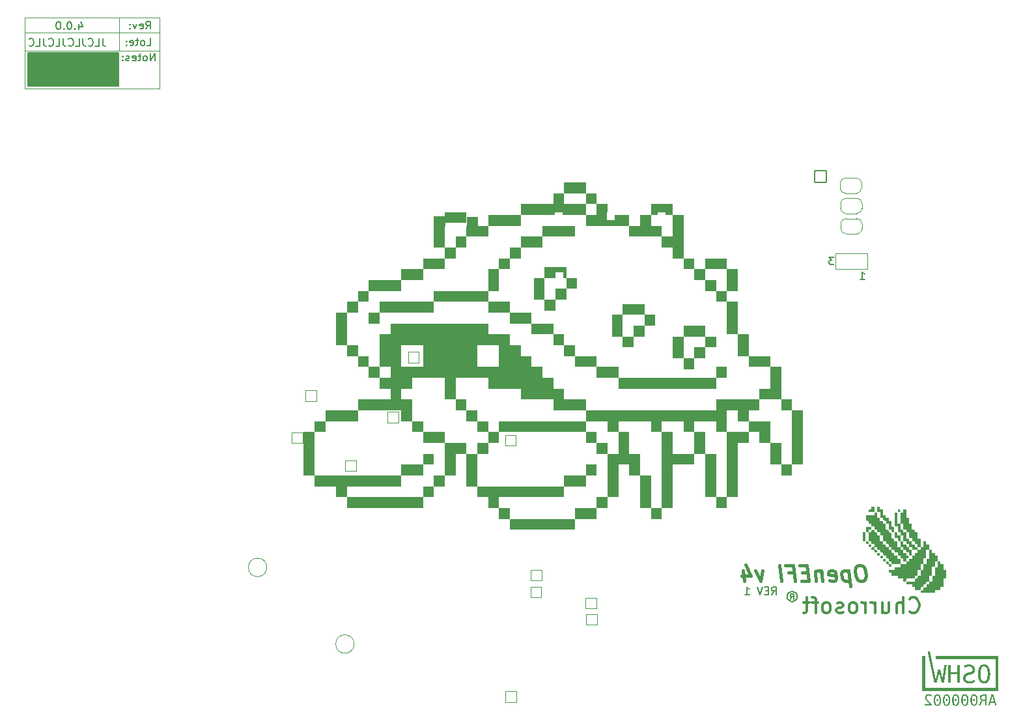
<source format=gbr>
%TF.GenerationSoftware,KiCad,Pcbnew,7.99.0-1.20231110gitd41f4ec.fc38*%
%TF.CreationDate,2023-11-11T23:50:43-03:00*%
%TF.ProjectId,OpenEFI_rev4,4f70656e-4546-4495-9f72-6576342e6b69,v4*%
%TF.SameCoordinates,Original*%
%TF.FileFunction,Legend,Bot*%
%TF.FilePolarity,Positive*%
%FSLAX46Y46*%
G04 Gerber Fmt 4.6, Leading zero omitted, Abs format (unit mm)*
G04 Created by KiCad (PCBNEW 7.99.0-1.20231110gitd41f4ec.fc38) date 2023-11-11 23:50:43*
%MOMM*%
%LPD*%
G01*
G04 APERTURE LIST*
G04 Aperture macros list*
%AMRoundRect*
0 Rectangle with rounded corners*
0 $1 Rounding radius*
0 $2 $3 $4 $5 $6 $7 $8 $9 X,Y pos of 4 corners*
0 Add a 4 corners polygon primitive as box body*
4,1,4,$2,$3,$4,$5,$6,$7,$8,$9,$2,$3,0*
0 Add four circle primitives for the rounded corners*
1,1,$1+$1,$2,$3*
1,1,$1+$1,$4,$5*
1,1,$1+$1,$6,$7*
1,1,$1+$1,$8,$9*
0 Add four rect primitives between the rounded corners*
20,1,$1+$1,$2,$3,$4,$5,0*
20,1,$1+$1,$4,$5,$6,$7,0*
20,1,$1+$1,$6,$7,$8,$9,0*
20,1,$1+$1,$8,$9,$2,$3,0*%
%AMHorizOval*
0 Thick line with rounded ends*
0 $1 width*
0 $2 $3 position (X,Y) of the first rounded end (center of the circle)*
0 $4 $5 position (X,Y) of the second rounded end (center of the circle)*
0 Add line between two ends*
20,1,$1,$2,$3,$4,$5,0*
0 Add two circle primitives to create the rounded ends*
1,1,$1,$2,$3*
1,1,$1,$4,$5*%
%AMRotRect*
0 Rectangle, with rotation*
0 The origin of the aperture is its center*
0 $1 length*
0 $2 width*
0 $3 Rotation angle, in degrees counterclockwise*
0 Add horizontal line*
21,1,$1,$2,0,0,$3*%
%AMFreePoly0*
4,1,19,0.500000,-0.750000,0.000000,-0.750000,0.000000,-0.744911,-0.071157,-0.744911,-0.207708,-0.704816,-0.327430,-0.627875,-0.420627,-0.520320,-0.479746,-0.390866,-0.500000,-0.250000,-0.500000,0.250000,-0.479746,0.390866,-0.420627,0.520320,-0.327430,0.627875,-0.207708,0.704816,-0.071157,0.744911,0.000000,0.744911,0.000000,0.750000,0.500000,0.750000,0.500000,-0.750000,0.500000,-0.750000,
$1*%
%AMFreePoly1*
4,1,19,0.000000,0.744911,0.071157,0.744911,0.207708,0.704816,0.327430,0.627875,0.420627,0.520320,0.479746,0.390866,0.500000,0.250000,0.500000,-0.250000,0.479746,-0.390866,0.420627,-0.520320,0.327430,-0.627875,0.207708,-0.704816,0.071157,-0.744911,0.000000,-0.744911,0.000000,-0.750000,-0.500000,-0.750000,-0.500000,0.750000,0.000000,0.750000,0.000000,0.744911,0.000000,0.744911,
$1*%
G04 Aperture macros list end*
%ADD10C,0.120000*%
%ADD11C,0.150000*%
%ADD12C,0.400000*%
%ADD13C,0.300000*%
%ADD14C,0.000000*%
%ADD15C,0.100000*%
%ADD16R,1.700000X1.700000*%
%ADD17O,1.700000X1.700000*%
%ADD18C,0.800000*%
%ADD19C,7.000000*%
%ADD20R,1.500000X1.500000*%
%ADD21R,1.000000X1.000000*%
%ADD22C,2.100000*%
%ADD23C,4.000000*%
%ADD24C,2.500000*%
%ADD25RoundRect,0.102000X0.975000X0.975000X-0.975000X0.975000X-0.975000X-0.975000X0.975000X-0.975000X0*%
%ADD26C,2.154000*%
%ADD27C,1.712000*%
%ADD28RotRect,1.100000X1.100000X315.000000*%
%ADD29C,1.100000*%
%ADD30HorizOval,1.100000X-0.459619X-0.459619X0.459619X0.459619X0*%
%ADD31RoundRect,0.250000X-0.750000X0.600000X-0.750000X-0.600000X0.750000X-0.600000X0.750000X0.600000X0*%
%ADD32O,2.000000X1.700000*%
%ADD33C,1.524000*%
%ADD34RoundRect,0.102000X-0.765000X-0.765000X0.765000X-0.765000X0.765000X0.765000X-0.765000X0.765000X0*%
%ADD35C,1.734000*%
%ADD36C,2.374900*%
%ADD37C,0.990600*%
%ADD38FreePoly0,180.000000*%
%ADD39FreePoly1,180.000000*%
%ADD40C,2.000000*%
%ADD41R,1.000000X1.500000*%
G04 APERTURE END LIST*
D10*
X3613850Y104185600D02*
X21113850Y104185600D01*
X21113850Y94935600D01*
X3613850Y94935600D01*
X3613850Y104185600D01*
X21113850Y102210600D02*
X3613850Y102210600D01*
X21063850Y99860600D02*
X3663850Y99860600D01*
X15873850Y104187600D02*
X15873850Y99887600D01*
D11*
X10651944Y103297448D02*
X10651944Y102630781D01*
X10890039Y103678400D02*
X11128134Y102964115D01*
X11128134Y102964115D02*
X10509087Y102964115D01*
X10128134Y102726020D02*
X10080515Y102678400D01*
X10080515Y102678400D02*
X10128134Y102630781D01*
X10128134Y102630781D02*
X10175753Y102678400D01*
X10175753Y102678400D02*
X10128134Y102726020D01*
X10128134Y102726020D02*
X10128134Y102630781D01*
X9461468Y103630781D02*
X9366230Y103630781D01*
X9366230Y103630781D02*
X9270992Y103583162D01*
X9270992Y103583162D02*
X9223373Y103535543D01*
X9223373Y103535543D02*
X9175754Y103440305D01*
X9175754Y103440305D02*
X9128135Y103249829D01*
X9128135Y103249829D02*
X9128135Y103011734D01*
X9128135Y103011734D02*
X9175754Y102821258D01*
X9175754Y102821258D02*
X9223373Y102726020D01*
X9223373Y102726020D02*
X9270992Y102678400D01*
X9270992Y102678400D02*
X9366230Y102630781D01*
X9366230Y102630781D02*
X9461468Y102630781D01*
X9461468Y102630781D02*
X9556706Y102678400D01*
X9556706Y102678400D02*
X9604325Y102726020D01*
X9604325Y102726020D02*
X9651944Y102821258D01*
X9651944Y102821258D02*
X9699563Y103011734D01*
X9699563Y103011734D02*
X9699563Y103249829D01*
X9699563Y103249829D02*
X9651944Y103440305D01*
X9651944Y103440305D02*
X9604325Y103535543D01*
X9604325Y103535543D02*
X9556706Y103583162D01*
X9556706Y103583162D02*
X9461468Y103630781D01*
X8699563Y102726020D02*
X8651944Y102678400D01*
X8651944Y102678400D02*
X8699563Y102630781D01*
X8699563Y102630781D02*
X8747182Y102678400D01*
X8747182Y102678400D02*
X8699563Y102726020D01*
X8699563Y102726020D02*
X8699563Y102630781D01*
X8032897Y103630781D02*
X7937659Y103630781D01*
X7937659Y103630781D02*
X7842421Y103583162D01*
X7842421Y103583162D02*
X7794802Y103535543D01*
X7794802Y103535543D02*
X7747183Y103440305D01*
X7747183Y103440305D02*
X7699564Y103249829D01*
X7699564Y103249829D02*
X7699564Y103011734D01*
X7699564Y103011734D02*
X7747183Y102821258D01*
X7747183Y102821258D02*
X7794802Y102726020D01*
X7794802Y102726020D02*
X7842421Y102678400D01*
X7842421Y102678400D02*
X7937659Y102630781D01*
X7937659Y102630781D02*
X8032897Y102630781D01*
X8032897Y102630781D02*
X8128135Y102678400D01*
X8128135Y102678400D02*
X8175754Y102726020D01*
X8175754Y102726020D02*
X8223373Y102821258D01*
X8223373Y102821258D02*
X8270992Y103011734D01*
X8270992Y103011734D02*
X8270992Y103249829D01*
X8270992Y103249829D02*
X8223373Y103440305D01*
X8223373Y103440305D02*
X8175754Y103535543D01*
X8175754Y103535543D02*
X8128135Y103583162D01*
X8128135Y103583162D02*
X8032897Y103630781D01*
X13732898Y101455781D02*
X13732898Y100741496D01*
X13732898Y100741496D02*
X13780517Y100598639D01*
X13780517Y100598639D02*
X13875755Y100503400D01*
X13875755Y100503400D02*
X14018612Y100455781D01*
X14018612Y100455781D02*
X14113850Y100455781D01*
X12780517Y100455781D02*
X13256707Y100455781D01*
X13256707Y100455781D02*
X13256707Y101455781D01*
X11875755Y100551020D02*
X11923374Y100503400D01*
X11923374Y100503400D02*
X12066231Y100455781D01*
X12066231Y100455781D02*
X12161469Y100455781D01*
X12161469Y100455781D02*
X12304326Y100503400D01*
X12304326Y100503400D02*
X12399564Y100598639D01*
X12399564Y100598639D02*
X12447183Y100693877D01*
X12447183Y100693877D02*
X12494802Y100884353D01*
X12494802Y100884353D02*
X12494802Y101027210D01*
X12494802Y101027210D02*
X12447183Y101217686D01*
X12447183Y101217686D02*
X12399564Y101312924D01*
X12399564Y101312924D02*
X12304326Y101408162D01*
X12304326Y101408162D02*
X12161469Y101455781D01*
X12161469Y101455781D02*
X12066231Y101455781D01*
X12066231Y101455781D02*
X11923374Y101408162D01*
X11923374Y101408162D02*
X11875755Y101360543D01*
X11161469Y101455781D02*
X11161469Y100741496D01*
X11161469Y100741496D02*
X11209088Y100598639D01*
X11209088Y100598639D02*
X11304326Y100503400D01*
X11304326Y100503400D02*
X11447183Y100455781D01*
X11447183Y100455781D02*
X11542421Y100455781D01*
X10209088Y100455781D02*
X10685278Y100455781D01*
X10685278Y100455781D02*
X10685278Y101455781D01*
X9304326Y100551020D02*
X9351945Y100503400D01*
X9351945Y100503400D02*
X9494802Y100455781D01*
X9494802Y100455781D02*
X9590040Y100455781D01*
X9590040Y100455781D02*
X9732897Y100503400D01*
X9732897Y100503400D02*
X9828135Y100598639D01*
X9828135Y100598639D02*
X9875754Y100693877D01*
X9875754Y100693877D02*
X9923373Y100884353D01*
X9923373Y100884353D02*
X9923373Y101027210D01*
X9923373Y101027210D02*
X9875754Y101217686D01*
X9875754Y101217686D02*
X9828135Y101312924D01*
X9828135Y101312924D02*
X9732897Y101408162D01*
X9732897Y101408162D02*
X9590040Y101455781D01*
X9590040Y101455781D02*
X9494802Y101455781D01*
X9494802Y101455781D02*
X9351945Y101408162D01*
X9351945Y101408162D02*
X9304326Y101360543D01*
X8590040Y101455781D02*
X8590040Y100741496D01*
X8590040Y100741496D02*
X8637659Y100598639D01*
X8637659Y100598639D02*
X8732897Y100503400D01*
X8732897Y100503400D02*
X8875754Y100455781D01*
X8875754Y100455781D02*
X8970992Y100455781D01*
X7637659Y100455781D02*
X8113849Y100455781D01*
X8113849Y100455781D02*
X8113849Y101455781D01*
X6732897Y100551020D02*
X6780516Y100503400D01*
X6780516Y100503400D02*
X6923373Y100455781D01*
X6923373Y100455781D02*
X7018611Y100455781D01*
X7018611Y100455781D02*
X7161468Y100503400D01*
X7161468Y100503400D02*
X7256706Y100598639D01*
X7256706Y100598639D02*
X7304325Y100693877D01*
X7304325Y100693877D02*
X7351944Y100884353D01*
X7351944Y100884353D02*
X7351944Y101027210D01*
X7351944Y101027210D02*
X7304325Y101217686D01*
X7304325Y101217686D02*
X7256706Y101312924D01*
X7256706Y101312924D02*
X7161468Y101408162D01*
X7161468Y101408162D02*
X7018611Y101455781D01*
X7018611Y101455781D02*
X6923373Y101455781D01*
X6923373Y101455781D02*
X6780516Y101408162D01*
X6780516Y101408162D02*
X6732897Y101360543D01*
X6018611Y101455781D02*
X6018611Y100741496D01*
X6018611Y100741496D02*
X6066230Y100598639D01*
X6066230Y100598639D02*
X6161468Y100503400D01*
X6161468Y100503400D02*
X6304325Y100455781D01*
X6304325Y100455781D02*
X6399563Y100455781D01*
X5066230Y100455781D02*
X5542420Y100455781D01*
X5542420Y100455781D02*
X5542420Y101455781D01*
X4161468Y100551020D02*
X4209087Y100503400D01*
X4209087Y100503400D02*
X4351944Y100455781D01*
X4351944Y100455781D02*
X4447182Y100455781D01*
X4447182Y100455781D02*
X4590039Y100503400D01*
X4590039Y100503400D02*
X4685277Y100598639D01*
X4685277Y100598639D02*
X4732896Y100693877D01*
X4732896Y100693877D02*
X4780515Y100884353D01*
X4780515Y100884353D02*
X4780515Y101027210D01*
X4780515Y101027210D02*
X4732896Y101217686D01*
X4732896Y101217686D02*
X4685277Y101312924D01*
X4685277Y101312924D02*
X4590039Y101408162D01*
X4590039Y101408162D02*
X4447182Y101455781D01*
X4447182Y101455781D02*
X4351944Y101455781D01*
X4351944Y101455781D02*
X4209087Y101408162D01*
X4209087Y101408162D02*
X4161468Y101360543D01*
X19494088Y100532781D02*
X19970278Y100532781D01*
X19970278Y100532781D02*
X19970278Y101532781D01*
X19017897Y100532781D02*
X19113135Y100580400D01*
X19113135Y100580400D02*
X19160754Y100628020D01*
X19160754Y100628020D02*
X19208373Y100723258D01*
X19208373Y100723258D02*
X19208373Y101008972D01*
X19208373Y101008972D02*
X19160754Y101104210D01*
X19160754Y101104210D02*
X19113135Y101151829D01*
X19113135Y101151829D02*
X19017897Y101199448D01*
X19017897Y101199448D02*
X18875040Y101199448D01*
X18875040Y101199448D02*
X18779802Y101151829D01*
X18779802Y101151829D02*
X18732183Y101104210D01*
X18732183Y101104210D02*
X18684564Y101008972D01*
X18684564Y101008972D02*
X18684564Y100723258D01*
X18684564Y100723258D02*
X18732183Y100628020D01*
X18732183Y100628020D02*
X18779802Y100580400D01*
X18779802Y100580400D02*
X18875040Y100532781D01*
X18875040Y100532781D02*
X19017897Y100532781D01*
X18398849Y101199448D02*
X18017897Y101199448D01*
X18255992Y101532781D02*
X18255992Y100675639D01*
X18255992Y100675639D02*
X18208373Y100580400D01*
X18208373Y100580400D02*
X18113135Y100532781D01*
X18113135Y100532781D02*
X18017897Y100532781D01*
X17303611Y100580400D02*
X17398849Y100532781D01*
X17398849Y100532781D02*
X17589325Y100532781D01*
X17589325Y100532781D02*
X17684563Y100580400D01*
X17684563Y100580400D02*
X17732182Y100675639D01*
X17732182Y100675639D02*
X17732182Y101056591D01*
X17732182Y101056591D02*
X17684563Y101151829D01*
X17684563Y101151829D02*
X17589325Y101199448D01*
X17589325Y101199448D02*
X17398849Y101199448D01*
X17398849Y101199448D02*
X17303611Y101151829D01*
X17303611Y101151829D02*
X17255992Y101056591D01*
X17255992Y101056591D02*
X17255992Y100961353D01*
X17255992Y100961353D02*
X17732182Y100866115D01*
X16827420Y100628020D02*
X16779801Y100580400D01*
X16779801Y100580400D02*
X16827420Y100532781D01*
X16827420Y100532781D02*
X16875039Y100580400D01*
X16875039Y100580400D02*
X16827420Y100628020D01*
X16827420Y100628020D02*
X16827420Y100532781D01*
X16827420Y101151829D02*
X16779801Y101104210D01*
X16779801Y101104210D02*
X16827420Y101056591D01*
X16827420Y101056591D02*
X16875039Y101104210D01*
X16875039Y101104210D02*
X16827420Y101151829D01*
X16827420Y101151829D02*
X16827420Y101056591D01*
X20519087Y98532781D02*
X20519087Y99532781D01*
X20519087Y99532781D02*
X19947659Y98532781D01*
X19947659Y98532781D02*
X19947659Y99532781D01*
X19328611Y98532781D02*
X19423849Y98580400D01*
X19423849Y98580400D02*
X19471468Y98628020D01*
X19471468Y98628020D02*
X19519087Y98723258D01*
X19519087Y98723258D02*
X19519087Y99008972D01*
X19519087Y99008972D02*
X19471468Y99104210D01*
X19471468Y99104210D02*
X19423849Y99151829D01*
X19423849Y99151829D02*
X19328611Y99199448D01*
X19328611Y99199448D02*
X19185754Y99199448D01*
X19185754Y99199448D02*
X19090516Y99151829D01*
X19090516Y99151829D02*
X19042897Y99104210D01*
X19042897Y99104210D02*
X18995278Y99008972D01*
X18995278Y99008972D02*
X18995278Y98723258D01*
X18995278Y98723258D02*
X19042897Y98628020D01*
X19042897Y98628020D02*
X19090516Y98580400D01*
X19090516Y98580400D02*
X19185754Y98532781D01*
X19185754Y98532781D02*
X19328611Y98532781D01*
X18709563Y99199448D02*
X18328611Y99199448D01*
X18566706Y99532781D02*
X18566706Y98675639D01*
X18566706Y98675639D02*
X18519087Y98580400D01*
X18519087Y98580400D02*
X18423849Y98532781D01*
X18423849Y98532781D02*
X18328611Y98532781D01*
X17614325Y98580400D02*
X17709563Y98532781D01*
X17709563Y98532781D02*
X17900039Y98532781D01*
X17900039Y98532781D02*
X17995277Y98580400D01*
X17995277Y98580400D02*
X18042896Y98675639D01*
X18042896Y98675639D02*
X18042896Y99056591D01*
X18042896Y99056591D02*
X17995277Y99151829D01*
X17995277Y99151829D02*
X17900039Y99199448D01*
X17900039Y99199448D02*
X17709563Y99199448D01*
X17709563Y99199448D02*
X17614325Y99151829D01*
X17614325Y99151829D02*
X17566706Y99056591D01*
X17566706Y99056591D02*
X17566706Y98961353D01*
X17566706Y98961353D02*
X18042896Y98866115D01*
X17185753Y98580400D02*
X17090515Y98532781D01*
X17090515Y98532781D02*
X16900039Y98532781D01*
X16900039Y98532781D02*
X16804801Y98580400D01*
X16804801Y98580400D02*
X16757182Y98675639D01*
X16757182Y98675639D02*
X16757182Y98723258D01*
X16757182Y98723258D02*
X16804801Y98818496D01*
X16804801Y98818496D02*
X16900039Y98866115D01*
X16900039Y98866115D02*
X17042896Y98866115D01*
X17042896Y98866115D02*
X17138134Y98913734D01*
X17138134Y98913734D02*
X17185753Y99008972D01*
X17185753Y99008972D02*
X17185753Y99056591D01*
X17185753Y99056591D02*
X17138134Y99151829D01*
X17138134Y99151829D02*
X17042896Y99199448D01*
X17042896Y99199448D02*
X16900039Y99199448D01*
X16900039Y99199448D02*
X16804801Y99151829D01*
X16328610Y98628020D02*
X16280991Y98580400D01*
X16280991Y98580400D02*
X16328610Y98532781D01*
X16328610Y98532781D02*
X16376229Y98580400D01*
X16376229Y98580400D02*
X16328610Y98628020D01*
X16328610Y98628020D02*
X16328610Y98532781D01*
X16328610Y99151829D02*
X16280991Y99104210D01*
X16280991Y99104210D02*
X16328610Y99056591D01*
X16328610Y99056591D02*
X16376229Y99104210D01*
X16376229Y99104210D02*
X16328610Y99151829D01*
X16328610Y99151829D02*
X16328610Y99056591D01*
D12*
X112330983Y32948162D02*
X111950031Y32948162D01*
X111950031Y32948162D02*
X111771460Y32852924D01*
X111771460Y32852924D02*
X111604793Y32662448D01*
X111604793Y32662448D02*
X111557174Y32281496D01*
X111557174Y32281496D02*
X111640507Y31614829D01*
X111640507Y31614829D02*
X111783364Y31233877D01*
X111783364Y31233877D02*
X111997650Y31043400D01*
X111997650Y31043400D02*
X112200031Y30948162D01*
X112200031Y30948162D02*
X112580983Y30948162D01*
X112580983Y30948162D02*
X112759555Y31043400D01*
X112759555Y31043400D02*
X112926222Y31233877D01*
X112926222Y31233877D02*
X112973841Y31614829D01*
X112973841Y31614829D02*
X112890507Y32281496D01*
X112890507Y32281496D02*
X112747650Y32662448D01*
X112747650Y32662448D02*
X112533364Y32852924D01*
X112533364Y32852924D02*
X112330983Y32948162D01*
X110700031Y32281496D02*
X110950031Y30281496D01*
X110711936Y32186258D02*
X110509555Y32281496D01*
X110509555Y32281496D02*
X110128603Y32281496D01*
X110128603Y32281496D02*
X109950031Y32186258D01*
X109950031Y32186258D02*
X109866698Y32091020D01*
X109866698Y32091020D02*
X109795269Y31900543D01*
X109795269Y31900543D02*
X109866698Y31329115D01*
X109866698Y31329115D02*
X109985745Y31138639D01*
X109985745Y31138639D02*
X110092888Y31043400D01*
X110092888Y31043400D02*
X110295269Y30948162D01*
X110295269Y30948162D02*
X110676222Y30948162D01*
X110676222Y30948162D02*
X110854793Y31043400D01*
X108283364Y31043400D02*
X108485745Y30948162D01*
X108485745Y30948162D02*
X108866698Y30948162D01*
X108866698Y30948162D02*
X109045269Y31043400D01*
X109045269Y31043400D02*
X109116698Y31233877D01*
X109116698Y31233877D02*
X109021460Y31995781D01*
X109021460Y31995781D02*
X108902412Y32186258D01*
X108902412Y32186258D02*
X108700031Y32281496D01*
X108700031Y32281496D02*
X108319079Y32281496D01*
X108319079Y32281496D02*
X108140507Y32186258D01*
X108140507Y32186258D02*
X108069079Y31995781D01*
X108069079Y31995781D02*
X108092888Y31805305D01*
X108092888Y31805305D02*
X109069079Y31614829D01*
X107176221Y32281496D02*
X107342888Y30948162D01*
X107200031Y32091020D02*
X107092888Y32186258D01*
X107092888Y32186258D02*
X106890507Y32281496D01*
X106890507Y32281496D02*
X106604793Y32281496D01*
X106604793Y32281496D02*
X106426221Y32186258D01*
X106426221Y32186258D02*
X106354793Y31995781D01*
X106354793Y31995781D02*
X106485745Y30948162D01*
X105402411Y31995781D02*
X104735745Y31995781D01*
X104580983Y30948162D02*
X105533364Y30948162D01*
X105533364Y30948162D02*
X105283364Y32948162D01*
X105283364Y32948162D02*
X104330983Y32948162D01*
X102926221Y31995781D02*
X103592887Y31995781D01*
X103723840Y30948162D02*
X103473840Y32948162D01*
X103473840Y32948162D02*
X102521459Y32948162D01*
X102009554Y30948162D02*
X101759554Y32948162D01*
X99557172Y32281496D02*
X99247649Y30948162D01*
X99247649Y30948162D02*
X98604791Y32281496D01*
X96985743Y32281496D02*
X97152410Y30948162D01*
X97366696Y33043400D02*
X98021458Y31614829D01*
X98021458Y31614829D02*
X96783362Y31614829D01*
D11*
X19361945Y102682781D02*
X19695278Y103158972D01*
X19933373Y102682781D02*
X19933373Y103682781D01*
X19933373Y103682781D02*
X19552421Y103682781D01*
X19552421Y103682781D02*
X19457183Y103635162D01*
X19457183Y103635162D02*
X19409564Y103587543D01*
X19409564Y103587543D02*
X19361945Y103492305D01*
X19361945Y103492305D02*
X19361945Y103349448D01*
X19361945Y103349448D02*
X19409564Y103254210D01*
X19409564Y103254210D02*
X19457183Y103206591D01*
X19457183Y103206591D02*
X19552421Y103158972D01*
X19552421Y103158972D02*
X19933373Y103158972D01*
X18552421Y102730400D02*
X18647659Y102682781D01*
X18647659Y102682781D02*
X18838135Y102682781D01*
X18838135Y102682781D02*
X18933373Y102730400D01*
X18933373Y102730400D02*
X18980992Y102825639D01*
X18980992Y102825639D02*
X18980992Y103206591D01*
X18980992Y103206591D02*
X18933373Y103301829D01*
X18933373Y103301829D02*
X18838135Y103349448D01*
X18838135Y103349448D02*
X18647659Y103349448D01*
X18647659Y103349448D02*
X18552421Y103301829D01*
X18552421Y103301829D02*
X18504802Y103206591D01*
X18504802Y103206591D02*
X18504802Y103111353D01*
X18504802Y103111353D02*
X18980992Y103016115D01*
X18171468Y103349448D02*
X17933373Y102682781D01*
X17933373Y102682781D02*
X17695278Y103349448D01*
X17314325Y102778020D02*
X17266706Y102730400D01*
X17266706Y102730400D02*
X17314325Y102682781D01*
X17314325Y102682781D02*
X17361944Y102730400D01*
X17361944Y102730400D02*
X17314325Y102778020D01*
X17314325Y102778020D02*
X17314325Y102682781D01*
X17314325Y103301829D02*
X17266706Y103254210D01*
X17266706Y103254210D02*
X17314325Y103206591D01*
X17314325Y103206591D02*
X17361944Y103254210D01*
X17361944Y103254210D02*
X17314325Y103301829D01*
X17314325Y103301829D02*
X17314325Y103206591D01*
X100711242Y29163381D02*
X101044575Y29639572D01*
X101282670Y29163381D02*
X101282670Y30163381D01*
X101282670Y30163381D02*
X100901718Y30163381D01*
X100901718Y30163381D02*
X100806480Y30115762D01*
X100806480Y30115762D02*
X100758861Y30068143D01*
X100758861Y30068143D02*
X100711242Y29972905D01*
X100711242Y29972905D02*
X100711242Y29830048D01*
X100711242Y29830048D02*
X100758861Y29734810D01*
X100758861Y29734810D02*
X100806480Y29687191D01*
X100806480Y29687191D02*
X100901718Y29639572D01*
X100901718Y29639572D02*
X101282670Y29639572D01*
X100282670Y29687191D02*
X99949337Y29687191D01*
X99806480Y29163381D02*
X100282670Y29163381D01*
X100282670Y29163381D02*
X100282670Y30163381D01*
X100282670Y30163381D02*
X99806480Y30163381D01*
X99520765Y30163381D02*
X99187432Y29163381D01*
X99187432Y29163381D02*
X98854099Y30163381D01*
X97235051Y29163381D02*
X97806479Y29163381D01*
X97520765Y29163381D02*
X97520765Y30163381D01*
X97520765Y30163381D02*
X97616003Y30020524D01*
X97616003Y30020524D02*
X97711241Y29925286D01*
X97711241Y29925286D02*
X97806479Y29877667D01*
X103143327Y28569639D02*
X103381423Y28855353D01*
X103571899Y28569639D02*
X103571899Y29236305D01*
X103571899Y29236305D02*
X103286185Y29236305D01*
X103286185Y29236305D02*
X103190946Y29188686D01*
X103190946Y29188686D02*
X103143327Y29093448D01*
X103143327Y29093448D02*
X103143327Y28998210D01*
X103143327Y28998210D02*
X103190946Y28902972D01*
X103190946Y28902972D02*
X103286185Y28855353D01*
X103286185Y28855353D02*
X103571899Y28855353D01*
X103381423Y29569639D02*
X103619518Y29522020D01*
X103619518Y29522020D02*
X103857613Y29379162D01*
X103857613Y29379162D02*
X104000470Y29141067D01*
X104000470Y29141067D02*
X104048089Y28902972D01*
X104048089Y28902972D02*
X104000470Y28664877D01*
X104000470Y28664877D02*
X103857613Y28426781D01*
X103857613Y28426781D02*
X103619518Y28283924D01*
X103619518Y28283924D02*
X103381423Y28236305D01*
X103381423Y28236305D02*
X103143327Y28283924D01*
X103143327Y28283924D02*
X102905232Y28426781D01*
X102905232Y28426781D02*
X102762375Y28664877D01*
X102762375Y28664877D02*
X102714756Y28902972D01*
X102714756Y28902972D02*
X102762375Y29141067D01*
X102762375Y29141067D02*
X102905232Y29379162D01*
X102905232Y29379162D02*
X103143327Y29522020D01*
X103143327Y29522020D02*
X103381423Y29569639D01*
D13*
X118655726Y26967839D02*
X118750964Y26872600D01*
X118750964Y26872600D02*
X119036678Y26777362D01*
X119036678Y26777362D02*
X119227154Y26777362D01*
X119227154Y26777362D02*
X119512869Y26872600D01*
X119512869Y26872600D02*
X119703345Y27063077D01*
X119703345Y27063077D02*
X119798583Y27253553D01*
X119798583Y27253553D02*
X119893821Y27634505D01*
X119893821Y27634505D02*
X119893821Y27920220D01*
X119893821Y27920220D02*
X119798583Y28301172D01*
X119798583Y28301172D02*
X119703345Y28491648D01*
X119703345Y28491648D02*
X119512869Y28682124D01*
X119512869Y28682124D02*
X119227154Y28777362D01*
X119227154Y28777362D02*
X119036678Y28777362D01*
X119036678Y28777362D02*
X118750964Y28682124D01*
X118750964Y28682124D02*
X118655726Y28586886D01*
X117798583Y26777362D02*
X117798583Y28777362D01*
X116941440Y26777362D02*
X116941440Y27824981D01*
X116941440Y27824981D02*
X117036678Y28015458D01*
X117036678Y28015458D02*
X117227154Y28110696D01*
X117227154Y28110696D02*
X117512869Y28110696D01*
X117512869Y28110696D02*
X117703345Y28015458D01*
X117703345Y28015458D02*
X117798583Y27920220D01*
X115131916Y28110696D02*
X115131916Y26777362D01*
X115989059Y28110696D02*
X115989059Y27063077D01*
X115989059Y27063077D02*
X115893821Y26872600D01*
X115893821Y26872600D02*
X115703345Y26777362D01*
X115703345Y26777362D02*
X115417630Y26777362D01*
X115417630Y26777362D02*
X115227154Y26872600D01*
X115227154Y26872600D02*
X115131916Y26967839D01*
X114179535Y26777362D02*
X114179535Y28110696D01*
X114179535Y27729743D02*
X114084297Y27920220D01*
X114084297Y27920220D02*
X113989059Y28015458D01*
X113989059Y28015458D02*
X113798583Y28110696D01*
X113798583Y28110696D02*
X113608106Y28110696D01*
X112941440Y26777362D02*
X112941440Y28110696D01*
X112941440Y27729743D02*
X112846202Y27920220D01*
X112846202Y27920220D02*
X112750964Y28015458D01*
X112750964Y28015458D02*
X112560488Y28110696D01*
X112560488Y28110696D02*
X112370011Y28110696D01*
X111417631Y26777362D02*
X111608107Y26872600D01*
X111608107Y26872600D02*
X111703345Y26967839D01*
X111703345Y26967839D02*
X111798583Y27158315D01*
X111798583Y27158315D02*
X111798583Y27729743D01*
X111798583Y27729743D02*
X111703345Y27920220D01*
X111703345Y27920220D02*
X111608107Y28015458D01*
X111608107Y28015458D02*
X111417631Y28110696D01*
X111417631Y28110696D02*
X111131916Y28110696D01*
X111131916Y28110696D02*
X110941440Y28015458D01*
X110941440Y28015458D02*
X110846202Y27920220D01*
X110846202Y27920220D02*
X110750964Y27729743D01*
X110750964Y27729743D02*
X110750964Y27158315D01*
X110750964Y27158315D02*
X110846202Y26967839D01*
X110846202Y26967839D02*
X110941440Y26872600D01*
X110941440Y26872600D02*
X111131916Y26777362D01*
X111131916Y26777362D02*
X111417631Y26777362D01*
X109989059Y26872600D02*
X109798583Y26777362D01*
X109798583Y26777362D02*
X109417631Y26777362D01*
X109417631Y26777362D02*
X109227154Y26872600D01*
X109227154Y26872600D02*
X109131916Y27063077D01*
X109131916Y27063077D02*
X109131916Y27158315D01*
X109131916Y27158315D02*
X109227154Y27348791D01*
X109227154Y27348791D02*
X109417631Y27444029D01*
X109417631Y27444029D02*
X109703345Y27444029D01*
X109703345Y27444029D02*
X109893821Y27539267D01*
X109893821Y27539267D02*
X109989059Y27729743D01*
X109989059Y27729743D02*
X109989059Y27824981D01*
X109989059Y27824981D02*
X109893821Y28015458D01*
X109893821Y28015458D02*
X109703345Y28110696D01*
X109703345Y28110696D02*
X109417631Y28110696D01*
X109417631Y28110696D02*
X109227154Y28015458D01*
X107989059Y26777362D02*
X108179535Y26872600D01*
X108179535Y26872600D02*
X108274773Y26967839D01*
X108274773Y26967839D02*
X108370011Y27158315D01*
X108370011Y27158315D02*
X108370011Y27729743D01*
X108370011Y27729743D02*
X108274773Y27920220D01*
X108274773Y27920220D02*
X108179535Y28015458D01*
X108179535Y28015458D02*
X107989059Y28110696D01*
X107989059Y28110696D02*
X107703344Y28110696D01*
X107703344Y28110696D02*
X107512868Y28015458D01*
X107512868Y28015458D02*
X107417630Y27920220D01*
X107417630Y27920220D02*
X107322392Y27729743D01*
X107322392Y27729743D02*
X107322392Y27158315D01*
X107322392Y27158315D02*
X107417630Y26967839D01*
X107417630Y26967839D02*
X107512868Y26872600D01*
X107512868Y26872600D02*
X107703344Y26777362D01*
X107703344Y26777362D02*
X107989059Y26777362D01*
X106750963Y28110696D02*
X105989059Y28110696D01*
X106465249Y26777362D02*
X106465249Y28491648D01*
X106465249Y28491648D02*
X106370011Y28682124D01*
X106370011Y28682124D02*
X106179535Y28777362D01*
X106179535Y28777362D02*
X105989059Y28777362D01*
X105608106Y28110696D02*
X104846202Y28110696D01*
X105322392Y28777362D02*
X105322392Y27063077D01*
X105322392Y27063077D02*
X105227154Y26872600D01*
X105227154Y26872600D02*
X105036678Y26777362D01*
X105036678Y26777362D02*
X104846202Y26777362D01*
D11*
X112230335Y70107381D02*
X112801763Y70107381D01*
X112516049Y70107381D02*
X112516049Y71107381D01*
X112516049Y71107381D02*
X112611287Y70964524D01*
X112611287Y70964524D02*
X112706525Y70869286D01*
X112706525Y70869286D02*
X112801763Y70821667D01*
X108826982Y73037781D02*
X108207935Y73037781D01*
X108207935Y73037781D02*
X108541268Y72656829D01*
X108541268Y72656829D02*
X108398411Y72656829D01*
X108398411Y72656829D02*
X108303173Y72609210D01*
X108303173Y72609210D02*
X108255554Y72561591D01*
X108255554Y72561591D02*
X108207935Y72466353D01*
X108207935Y72466353D02*
X108207935Y72228258D01*
X108207935Y72228258D02*
X108255554Y72133020D01*
X108255554Y72133020D02*
X108303173Y72085400D01*
X108303173Y72085400D02*
X108398411Y72037781D01*
X108398411Y72037781D02*
X108684125Y72037781D01*
X108684125Y72037781D02*
X108779363Y72085400D01*
X108779363Y72085400D02*
X108826982Y72133020D01*
D10*
%TO.C,TP5*%
X38359250Y50256400D02*
X38359250Y48856400D01*
X38359250Y48856400D02*
X39759250Y48856400D01*
X39759250Y50256400D02*
X38359250Y50256400D01*
X39759250Y48856400D02*
X39759250Y50256400D01*
D14*
%TO.C,G\u002A\u002A\u002A*%
G36*
X124008353Y19555304D02*
G01*
X124008353Y19072266D01*
X124444887Y19072266D01*
X124881422Y19072266D01*
X124881422Y19555304D01*
X124881422Y20038342D01*
X125041934Y20038342D01*
X125202447Y20038342D01*
X125202447Y18857749D01*
X125202447Y17677156D01*
X125041934Y17677156D01*
X124881422Y17677156D01*
X124881422Y18239700D01*
X124881422Y18802245D01*
X124444887Y18802245D01*
X124008353Y18802245D01*
X124008353Y18239700D01*
X124008353Y17677156D01*
X123847840Y17677156D01*
X123687328Y17677156D01*
X123687328Y18857749D01*
X123687328Y20038342D01*
X123847840Y20038342D01*
X124008353Y20038342D01*
X124008353Y19555304D01*
G37*
G36*
X122283231Y15585447D02*
G01*
X122309590Y15580188D01*
X122333661Y15569600D01*
X122354965Y15554001D01*
X122373024Y15533707D01*
X122387362Y15509034D01*
X122391550Y15497308D01*
X122395385Y15478634D01*
X122397208Y15458265D01*
X122396844Y15438497D01*
X122394113Y15421629D01*
X122386587Y15400809D01*
X122373142Y15377819D01*
X122355685Y15358368D01*
X122334869Y15343156D01*
X122311347Y15332881D01*
X122303536Y15330976D01*
X122286028Y15328803D01*
X122266628Y15328375D01*
X122247836Y15329695D01*
X122232149Y15332768D01*
X122225309Y15335079D01*
X122203953Y15345682D01*
X122183949Y15360389D01*
X122166846Y15377923D01*
X122154189Y15397011D01*
X122150585Y15405606D01*
X122146532Y15418115D01*
X122143290Y15431010D01*
X122140599Y15454400D01*
X122142701Y15480317D01*
X122149860Y15504734D01*
X122161578Y15527050D01*
X122177359Y15546661D01*
X122196704Y15562963D01*
X122219116Y15575355D01*
X122244098Y15583232D01*
X122271151Y15585991D01*
X122283231Y15585447D01*
G37*
G36*
X123491888Y15582453D02*
G01*
X123514260Y15574792D01*
X123521895Y15570699D01*
X123537011Y15560281D01*
X123551580Y15547650D01*
X123563941Y15534318D01*
X123572432Y15521799D01*
X123581091Y15501287D01*
X123587406Y15473516D01*
X123588211Y15445221D01*
X123583498Y15417354D01*
X123573262Y15390865D01*
X123571517Y15387639D01*
X123558707Y15370271D01*
X123541554Y15354493D01*
X123521456Y15341423D01*
X123499813Y15332178D01*
X123488100Y15329785D01*
X123472183Y15328513D01*
X123454713Y15328504D01*
X123437899Y15329755D01*
X123423948Y15332264D01*
X123409007Y15337486D01*
X123387224Y15349914D01*
X123367974Y15366810D01*
X123352000Y15387330D01*
X123340044Y15410628D01*
X123332850Y15435860D01*
X123331867Y15442616D01*
X123331734Y15468350D01*
X123336954Y15493444D01*
X123347024Y15517108D01*
X123361438Y15538549D01*
X123379693Y15556977D01*
X123401284Y15571599D01*
X123425708Y15581624D01*
X123442454Y15585057D01*
X123467229Y15585930D01*
X123491888Y15582453D01*
G37*
G36*
X124657895Y15585851D02*
G01*
X124684453Y15582460D01*
X124708729Y15573538D01*
X124730783Y15559054D01*
X124750679Y15538979D01*
X124752833Y15536294D01*
X124766140Y15515107D01*
X124774595Y15491489D01*
X124778554Y15464482D01*
X124778749Y15460807D01*
X124777379Y15432439D01*
X124770680Y15406730D01*
X124758553Y15383413D01*
X124740897Y15362216D01*
X124734107Y15355923D01*
X124714133Y15341962D01*
X124690907Y15332178D01*
X124688791Y15331572D01*
X124675685Y15329384D01*
X124659363Y15328393D01*
X124642031Y15328590D01*
X124625893Y15329965D01*
X124613154Y15332510D01*
X124604330Y15335575D01*
X124580995Y15347757D01*
X124560588Y15364488D01*
X124543845Y15384932D01*
X124531500Y15408255D01*
X124524285Y15433621D01*
X124522695Y15446725D01*
X124523563Y15474197D01*
X124530210Y15500314D01*
X124542526Y15524732D01*
X124560404Y15547107D01*
X124561507Y15548233D01*
X124581616Y15565292D01*
X124603289Y15577010D01*
X124627421Y15583753D01*
X124654904Y15585888D01*
X124657895Y15585851D01*
G37*
G36*
X125861919Y15584899D02*
G01*
X125873760Y15583188D01*
X125884342Y15579948D01*
X125896412Y15574509D01*
X125914042Y15564145D01*
X125934701Y15546429D01*
X125950943Y15525303D01*
X125962468Y15501434D01*
X125968979Y15475487D01*
X125970176Y15448128D01*
X125965760Y15420023D01*
X125959566Y15401548D01*
X125948248Y15381182D01*
X125931991Y15362216D01*
X125925201Y15355923D01*
X125905226Y15341962D01*
X125882000Y15332178D01*
X125879885Y15331572D01*
X125866778Y15329384D01*
X125850457Y15328393D01*
X125833125Y15328590D01*
X125816987Y15329965D01*
X125804248Y15332510D01*
X125794705Y15335886D01*
X125772541Y15347661D01*
X125752815Y15363631D01*
X125736236Y15382879D01*
X125723516Y15404488D01*
X125715363Y15427539D01*
X125712487Y15451116D01*
X125714107Y15473794D01*
X125720983Y15500802D01*
X125733223Y15525154D01*
X125750798Y15546776D01*
X125754985Y15550836D01*
X125776144Y15567480D01*
X125798628Y15578590D01*
X125823309Y15584504D01*
X125851064Y15585560D01*
X125861919Y15584899D01*
G37*
G36*
X120667093Y20189104D02*
G01*
X120667201Y20134487D01*
X120667380Y20043179D01*
X120667568Y19946816D01*
X120667764Y19845980D01*
X120667967Y19741250D01*
X120668176Y19633208D01*
X120668389Y19522434D01*
X120668606Y19409508D01*
X120668825Y19295012D01*
X120669046Y19179525D01*
X120669267Y19063629D01*
X120669487Y18947905D01*
X120669705Y18832932D01*
X120669920Y18719291D01*
X120670131Y18607563D01*
X120670336Y18498329D01*
X120670535Y18392168D01*
X120670727Y18289663D01*
X120670909Y18191393D01*
X120671082Y18097939D01*
X120673079Y17017104D01*
X125241944Y17017104D01*
X129810810Y17017104D01*
X129810810Y18905753D01*
X129810810Y20794401D01*
X125922504Y20794401D01*
X122034197Y20794401D01*
X122034197Y20996917D01*
X122034197Y21199433D01*
X126125020Y21199433D01*
X130215842Y21199433D01*
X130215842Y18904253D01*
X130215842Y16609072D01*
X125241450Y16609072D01*
X120267058Y16609072D01*
X120267058Y18904253D01*
X120267058Y21199433D01*
X120466080Y21199433D01*
X120665101Y21199433D01*
X120667093Y20189104D01*
G37*
G36*
X127039534Y15584483D02*
G01*
X127052862Y15584264D01*
X127062518Y15583505D01*
X127070249Y15581885D01*
X127077801Y15579086D01*
X127086919Y15574786D01*
X127104943Y15564137D01*
X127125508Y15546338D01*
X127141729Y15525111D01*
X127153289Y15501156D01*
X127159873Y15475172D01*
X127161165Y15447857D01*
X127156849Y15419911D01*
X127152619Y15406027D01*
X127146247Y15392160D01*
X127137230Y15378982D01*
X127124393Y15364486D01*
X127112150Y15352987D01*
X127094078Y15340821D01*
X127073094Y15332178D01*
X127070979Y15331572D01*
X127057872Y15329384D01*
X127041551Y15328393D01*
X127024219Y15328590D01*
X127008081Y15329965D01*
X126995342Y15332510D01*
X126988685Y15334747D01*
X126965252Y15346382D01*
X126944688Y15362512D01*
X126927618Y15382303D01*
X126914666Y15404917D01*
X126906458Y15429520D01*
X126903617Y15455276D01*
X126903979Y15464992D01*
X126908823Y15492097D01*
X126919014Y15517062D01*
X126934181Y15539297D01*
X126953950Y15558210D01*
X126977949Y15573213D01*
X126984063Y15576208D01*
X126992876Y15580159D01*
X127000469Y15582599D01*
X127008646Y15583893D01*
X127019213Y15584402D01*
X127033975Y15584491D01*
X127039534Y15584483D01*
G37*
G36*
X121212774Y16195378D02*
G01*
X121278778Y16184906D01*
X121346011Y16168699D01*
X121414390Y16146768D01*
X121483832Y16119125D01*
X121513656Y16106123D01*
X121514447Y16006300D01*
X121515238Y15906477D01*
X121505447Y15912421D01*
X121504363Y15913067D01*
X121497030Y15917250D01*
X121486018Y15923362D01*
X121472625Y15930687D01*
X121458152Y15938510D01*
X121447132Y15944347D01*
X121393681Y15970341D01*
X121341342Y15991984D01*
X121290365Y16009273D01*
X121241001Y16022207D01*
X121193499Y16030784D01*
X121148108Y16035002D01*
X121105079Y16034861D01*
X121064660Y16030357D01*
X121027103Y16021489D01*
X120992656Y16008256D01*
X120961569Y15990656D01*
X120934092Y15968686D01*
X120910475Y15942346D01*
X120895313Y15919650D01*
X120882246Y15892904D01*
X120872491Y15863103D01*
X120865560Y15829010D01*
X120865517Y15828733D01*
X120861587Y15786067D01*
X120863134Y15743943D01*
X120870240Y15702018D01*
X120882986Y15659947D01*
X120901453Y15617386D01*
X120925722Y15573990D01*
X120928094Y15570214D01*
X120939964Y15552337D01*
X120954715Y15531348D01*
X120971492Y15508383D01*
X120989443Y15484576D01*
X121007716Y15461064D01*
X121025457Y15438981D01*
X121041814Y15419462D01*
X121057502Y15401448D01*
X121079439Y15376730D01*
X121105171Y15348168D01*
X121134742Y15315714D01*
X121168199Y15279319D01*
X121205585Y15238933D01*
X121246947Y15194509D01*
X121292329Y15145997D01*
X121341778Y15093348D01*
X121395338Y15036513D01*
X121453054Y14975443D01*
X121526873Y14897437D01*
X121527015Y14814181D01*
X121527158Y14730924D01*
X121089123Y14730924D01*
X120651089Y14730924D01*
X120651089Y14813417D01*
X120651089Y14895911D01*
X120981248Y14896674D01*
X121311407Y14897437D01*
X121244831Y14967943D01*
X121232721Y14980769D01*
X121190414Y15025600D01*
X121152000Y15066344D01*
X121117286Y15103207D01*
X121086081Y15136393D01*
X121058192Y15166108D01*
X121033427Y15192556D01*
X121011595Y15215944D01*
X120992504Y15236474D01*
X120975960Y15254354D01*
X120961773Y15269787D01*
X120949751Y15282979D01*
X120946725Y15286315D01*
X120932107Y15302394D01*
X120917673Y15318212D01*
X120904383Y15332722D01*
X120893196Y15344876D01*
X120885072Y15353625D01*
X120870766Y15369281D01*
X120846404Y15397373D01*
X120821280Y15427880D01*
X120796688Y15459180D01*
X120773918Y15489652D01*
X120754265Y15517675D01*
X120751862Y15521308D01*
X120741531Y15537992D01*
X120730366Y15557431D01*
X120719041Y15578321D01*
X120708232Y15599358D01*
X120698613Y15619239D01*
X120690857Y15636659D01*
X120685641Y15650315D01*
X120675944Y15683692D01*
X120666218Y15732324D01*
X120661657Y15780535D01*
X120662195Y15827852D01*
X120667766Y15873804D01*
X120678304Y15917920D01*
X120693744Y15959726D01*
X120714020Y15998753D01*
X120739067Y16034527D01*
X120742735Y16039014D01*
X120777120Y16075934D01*
X120815182Y16108132D01*
X120856829Y16135555D01*
X120901972Y16158151D01*
X120950521Y16175867D01*
X121002383Y16188649D01*
X121022952Y16192260D01*
X121084778Y16199067D01*
X121148080Y16200102D01*
X121212774Y16195378D01*
G37*
G36*
X123926198Y15392490D02*
G01*
X123922504Y15314001D01*
X123915616Y15239922D01*
X123905557Y15170340D01*
X123892352Y15105344D01*
X123876025Y15045023D01*
X123856597Y14989466D01*
X123834094Y14938761D01*
X123808539Y14892997D01*
X123779954Y14852263D01*
X123748365Y14816648D01*
X123720826Y14791321D01*
X123687974Y14766640D01*
X123653151Y14746410D01*
X123615524Y14730222D01*
X123574261Y14717666D01*
X123528530Y14708331D01*
X123526247Y14707981D01*
X123508707Y14706230D01*
X123487080Y14705273D01*
X123462971Y14705080D01*
X123437985Y14705619D01*
X123413726Y14706860D01*
X123391797Y14708771D01*
X123373803Y14711321D01*
X123366176Y14712817D01*
X123327081Y14723091D01*
X123288607Y14737329D01*
X123252448Y14754829D01*
X123220300Y14774889D01*
X123201548Y14789468D01*
X123173274Y14815842D01*
X123146065Y14846365D01*
X123120876Y14879931D01*
X123098662Y14915439D01*
X123089637Y14932116D01*
X123067342Y14980408D01*
X123047875Y15033672D01*
X123031279Y15091654D01*
X123017597Y15154096D01*
X123006874Y15220742D01*
X122999153Y15291337D01*
X122994479Y15365625D01*
X122993478Y15414723D01*
X123189953Y15414723D01*
X123192090Y15342167D01*
X123196669Y15274372D01*
X123203670Y15211434D01*
X123213074Y15153453D01*
X123224863Y15100527D01*
X123239019Y15052753D01*
X123255522Y15010230D01*
X123274354Y14973056D01*
X123295497Y14941330D01*
X123301212Y14934227D01*
X123324931Y14910102D01*
X123351842Y14890019D01*
X123380961Y14874627D01*
X123411306Y14864580D01*
X123434780Y14860888D01*
X123463289Y14860036D01*
X123492436Y14862434D01*
X123520225Y14867907D01*
X123544663Y14876280D01*
X123557719Y14882686D01*
X123585589Y14901167D01*
X123611030Y14925114D01*
X123634034Y14954510D01*
X123654594Y14989338D01*
X123672703Y15029581D01*
X123688354Y15075222D01*
X123701540Y15126243D01*
X123712254Y15182628D01*
X123720488Y15244359D01*
X123726235Y15311419D01*
X123726558Y15316815D01*
X123727528Y15338705D01*
X123728278Y15364898D01*
X123728806Y15394248D01*
X123729112Y15425611D01*
X123729197Y15457843D01*
X123729061Y15489800D01*
X123728702Y15520338D01*
X123728121Y15548312D01*
X123727318Y15572578D01*
X123726292Y15591992D01*
X123724044Y15621234D01*
X123717054Y15686406D01*
X123707696Y15746081D01*
X123695961Y15800274D01*
X123681840Y15849000D01*
X123665324Y15892274D01*
X123646401Y15930112D01*
X123625064Y15962530D01*
X123601302Y15989541D01*
X123575106Y16011163D01*
X123546466Y16027410D01*
X123515374Y16038298D01*
X123481818Y16043841D01*
X123445791Y16044056D01*
X123432000Y16042730D01*
X123397845Y16035484D01*
X123366227Y16022838D01*
X123337345Y16004905D01*
X123311393Y15981799D01*
X123288569Y15953632D01*
X123285506Y15949121D01*
X123266436Y15916880D01*
X123249594Y15880595D01*
X123234936Y15840060D01*
X123222417Y15795067D01*
X123211993Y15745409D01*
X123203620Y15690879D01*
X123197252Y15631270D01*
X123192846Y15566374D01*
X123190357Y15495984D01*
X123190274Y15491940D01*
X123189953Y15414723D01*
X122993478Y15414723D01*
X122992894Y15443348D01*
X122994444Y15524252D01*
X122994868Y15534758D01*
X122999644Y15611856D01*
X123007176Y15683744D01*
X123017502Y15750548D01*
X123030662Y15812395D01*
X123046698Y15869412D01*
X123065647Y15921726D01*
X123087551Y15969463D01*
X123112450Y16012750D01*
X123140382Y16051715D01*
X123171389Y16086483D01*
X123175250Y16090317D01*
X123209823Y16120776D01*
X123246281Y16145966D01*
X123285106Y16166103D01*
X123326782Y16181405D01*
X123371792Y16192089D01*
X123420619Y16198371D01*
X123433680Y16199274D01*
X123484621Y16199618D01*
X123533837Y16194861D01*
X123580833Y16185101D01*
X123625111Y16170432D01*
X123666176Y16150952D01*
X123697602Y16131063D01*
X123732490Y16102886D01*
X123764947Y16069875D01*
X123794461Y16032556D01*
X123820523Y15991459D01*
X123820824Y15990924D01*
X123844481Y15944061D01*
X123865096Y15892860D01*
X123882697Y15837185D01*
X123897312Y15776903D01*
X123908971Y15711876D01*
X123917701Y15641971D01*
X123923531Y15567052D01*
X123926489Y15486984D01*
X123926675Y15475298D01*
X123926574Y15457843D01*
X123926198Y15392490D01*
G37*
G36*
X128679721Y15452642D02*
G01*
X128679721Y14730924D01*
X128582213Y14730924D01*
X128484705Y14730924D01*
X128484705Y15035631D01*
X128484705Y15340338D01*
X128362446Y15339255D01*
X128358675Y15339222D01*
X128328670Y15338933D01*
X128303949Y15338635D01*
X128283868Y15338294D01*
X128267785Y15337878D01*
X128255055Y15337353D01*
X128245034Y15336687D01*
X128237081Y15335847D01*
X128230550Y15334801D01*
X128224799Y15333515D01*
X128219184Y15331957D01*
X128189869Y15321676D01*
X128164067Y15308844D01*
X128140807Y15292685D01*
X128118862Y15272343D01*
X128097004Y15246965D01*
X128094199Y15243348D01*
X128086969Y15233467D01*
X128079399Y15222260D01*
X128071325Y15209408D01*
X128062584Y15194591D01*
X128053012Y15177492D01*
X128042445Y15157791D01*
X128030720Y15135171D01*
X128017672Y15109312D01*
X128003138Y15079896D01*
X127986954Y15046604D01*
X127968957Y15009117D01*
X127948983Y14967117D01*
X127926868Y14920285D01*
X127902448Y14868302D01*
X127838154Y14731159D01*
X127732625Y14731042D01*
X127627096Y14730924D01*
X127734661Y14947691D01*
X127735028Y14948430D01*
X127760563Y14999786D01*
X127783686Y15046056D01*
X127804578Y15087558D01*
X127823418Y15124612D01*
X127840387Y15157538D01*
X127855665Y15186655D01*
X127869432Y15212282D01*
X127881867Y15234739D01*
X127893152Y15254345D01*
X127903466Y15271421D01*
X127912990Y15286284D01*
X127921903Y15299256D01*
X127930385Y15310654D01*
X127938618Y15320799D01*
X127946780Y15330011D01*
X127955052Y15338608D01*
X127964554Y15347680D01*
X127988197Y15367161D01*
X128013190Y15383985D01*
X128038145Y15397272D01*
X128061672Y15406142D01*
X128065913Y15407390D01*
X128074427Y15410441D01*
X128077157Y15412776D01*
X128074199Y15414633D01*
X128065648Y15416255D01*
X128064062Y15416485D01*
X128037499Y15422088D01*
X128008590Y15431023D01*
X127979231Y15442551D01*
X127951317Y15455932D01*
X127926743Y15470428D01*
X127905371Y15485920D01*
X127874403Y15514097D01*
X127848200Y15545919D01*
X127826762Y15581389D01*
X127810088Y15620505D01*
X127798178Y15663268D01*
X127791032Y15709679D01*
X127788651Y15759739D01*
X127789152Y15771474D01*
X127996082Y15771474D01*
X127996456Y15741140D01*
X127998078Y15712463D01*
X128001250Y15686841D01*
X128006303Y15663835D01*
X128013606Y15641775D01*
X128023529Y15618994D01*
X128035344Y15598194D01*
X128055299Y15573527D01*
X128079937Y15552399D01*
X128109101Y15534901D01*
X128142635Y15521121D01*
X128180382Y15511149D01*
X128222185Y15505076D01*
X128232235Y15504398D01*
X128247771Y15503743D01*
X128267504Y15503163D01*
X128290511Y15502678D01*
X128315870Y15502307D01*
X128342656Y15502071D01*
X128369946Y15501987D01*
X128484705Y15501985D01*
X128484705Y15758879D01*
X128484705Y16015773D01*
X128359446Y16014195D01*
X128349773Y16014069D01*
X128315808Y16013539D01*
X128287171Y16012929D01*
X128263325Y16012219D01*
X128243736Y16011385D01*
X128227868Y16010406D01*
X128215187Y16009261D01*
X128205155Y16007927D01*
X128167248Y15999630D01*
X128130590Y15986635D01*
X128098016Y15969471D01*
X128069661Y15948236D01*
X128045655Y15923033D01*
X128026134Y15893961D01*
X128011229Y15861123D01*
X128005021Y15841767D01*
X128000188Y15820355D01*
X127997268Y15797402D01*
X127996082Y15771474D01*
X127789152Y15771474D01*
X127790760Y15809119D01*
X127797751Y15859433D01*
X127809600Y15906503D01*
X127826271Y15950188D01*
X127847728Y15990348D01*
X127850238Y15994228D01*
X127862588Y16010768D01*
X127878309Y16028994D01*
X127896115Y16047608D01*
X127914717Y16065308D01*
X127932829Y16080796D01*
X127949163Y16092772D01*
X127963346Y16101654D01*
X127996635Y16119715D01*
X128031905Y16134927D01*
X128070114Y16147629D01*
X128112220Y16158158D01*
X128159180Y16166852D01*
X128161749Y16167247D01*
X128168577Y16168166D01*
X128176189Y16168971D01*
X128185018Y16169674D01*
X128195501Y16170283D01*
X128208070Y16170809D01*
X128223162Y16171262D01*
X128241211Y16171652D01*
X128262652Y16171988D01*
X128287920Y16172282D01*
X128317449Y16172542D01*
X128351674Y16172780D01*
X128391030Y16173004D01*
X128435952Y16173225D01*
X128679721Y16174361D01*
X128679721Y16015773D01*
X128679721Y15452642D01*
G37*
G36*
X126308584Y15410810D02*
G01*
X126306486Y15354973D01*
X126301035Y15280253D01*
X126293126Y15210765D01*
X126282694Y15146368D01*
X126269672Y15086855D01*
X126253994Y15032020D01*
X126235592Y14981654D01*
X126214400Y14935552D01*
X126190350Y14893505D01*
X126163375Y14855308D01*
X126133409Y14820754D01*
X126104687Y14793357D01*
X126071693Y14767893D01*
X126036616Y14747081D01*
X125998696Y14730535D01*
X125957171Y14717871D01*
X125911277Y14708706D01*
X125877915Y14705163D01*
X125838885Y14704325D01*
X125798387Y14706459D01*
X125758297Y14711463D01*
X125720493Y14719232D01*
X125703538Y14724176D01*
X125674709Y14734996D01*
X125645212Y14748702D01*
X125617145Y14764374D01*
X125614266Y14766188D01*
X125595939Y14779477D01*
X125575915Y14796502D01*
X125555395Y14816066D01*
X125535581Y14836976D01*
X125517674Y14858036D01*
X125502876Y14878050D01*
X125491385Y14895952D01*
X125465534Y14943303D01*
X125442865Y14995735D01*
X125423380Y15053244D01*
X125407080Y15115823D01*
X125393968Y15183469D01*
X125384044Y15256175D01*
X125382154Y15275302D01*
X125379468Y15312203D01*
X125377501Y15353077D01*
X125376252Y15396681D01*
X125375722Y15441775D01*
X125375773Y15453981D01*
X125571536Y15453981D01*
X125572631Y15379594D01*
X125576120Y15307982D01*
X125581995Y15241590D01*
X125590248Y15180460D01*
X125600871Y15124639D01*
X125613855Y15074170D01*
X125629192Y15029098D01*
X125646874Y14989467D01*
X125666891Y14955323D01*
X125677365Y14940977D01*
X125701330Y14914933D01*
X125728376Y14893439D01*
X125757906Y14876933D01*
X125789322Y14865851D01*
X125792712Y14865043D01*
X125811260Y14862068D01*
X125832483Y14860483D01*
X125854262Y14860319D01*
X125874474Y14861607D01*
X125891001Y14864378D01*
X125894387Y14865261D01*
X125925919Y14876586D01*
X125954917Y14892904D01*
X125981397Y14914256D01*
X126005373Y14940682D01*
X126026859Y14972223D01*
X126045869Y15008919D01*
X126062418Y15050812D01*
X126076519Y15097943D01*
X126088188Y15150351D01*
X126097437Y15208077D01*
X126104282Y15271163D01*
X126108736Y15339649D01*
X126110814Y15413576D01*
X126110530Y15492984D01*
X126109493Y15535500D01*
X126107207Y15588934D01*
X126103833Y15637723D01*
X126099280Y15682610D01*
X126093453Y15724336D01*
X126086261Y15763642D01*
X126077610Y15801269D01*
X126067408Y15837958D01*
X126055556Y15872779D01*
X126037920Y15912691D01*
X126017531Y15947464D01*
X125994451Y15977041D01*
X125968740Y16001367D01*
X125940460Y16020384D01*
X125909672Y16034037D01*
X125876438Y16042271D01*
X125840820Y16045027D01*
X125829245Y16044701D01*
X125795504Y16039896D01*
X125763434Y16029550D01*
X125733394Y16013917D01*
X125705747Y15993254D01*
X125680853Y15967814D01*
X125659073Y15937855D01*
X125640768Y15903629D01*
X125631181Y15880991D01*
X125615297Y15835236D01*
X125601892Y15784562D01*
X125590952Y15728870D01*
X125582462Y15668063D01*
X125576405Y15602044D01*
X125572769Y15530716D01*
X125571536Y15453981D01*
X125375773Y15453981D01*
X125375912Y15487118D01*
X125376822Y15531469D01*
X125378453Y15573587D01*
X125380804Y15612229D01*
X125383878Y15646156D01*
X125390631Y15698647D01*
X125402230Y15764988D01*
X125416727Y15826884D01*
X125434063Y15884142D01*
X125454177Y15936570D01*
X125477009Y15983974D01*
X125502498Y16026163D01*
X125502521Y16026197D01*
X125515088Y16043200D01*
X125530592Y16061840D01*
X125547780Y16080789D01*
X125565402Y16098721D01*
X125582204Y16114310D01*
X125596935Y16126229D01*
X125631884Y16148668D01*
X125674270Y16169234D01*
X125719748Y16184834D01*
X125767991Y16195337D01*
X125770270Y16195681D01*
X125788112Y16197504D01*
X125810021Y16198615D01*
X125834357Y16199029D01*
X125859481Y16198760D01*
X125883754Y16197821D01*
X125905540Y16196228D01*
X125923197Y16193994D01*
X125938137Y16191198D01*
X125984434Y16178878D01*
X126027621Y16161536D01*
X126067716Y16139150D01*
X126104737Y16111700D01*
X126138705Y16079163D01*
X126169636Y16041517D01*
X126197550Y15998741D01*
X126222465Y15950812D01*
X126244400Y15897710D01*
X126263373Y15839411D01*
X126279403Y15775895D01*
X126286568Y15739439D01*
X126294010Y15690813D01*
X126300035Y15638293D01*
X126304575Y15582956D01*
X126307559Y15525879D01*
X126308918Y15468138D01*
X126308600Y15413576D01*
X126308584Y15410810D01*
G37*
G36*
X122736628Y15441153D02*
G01*
X122734660Y15362283D01*
X122729373Y15285599D01*
X122720808Y15211830D01*
X122709005Y15141704D01*
X122694004Y15075951D01*
X122685452Y15045708D01*
X122666523Y14991208D01*
X122644235Y14940943D01*
X122618728Y14895182D01*
X122590144Y14854193D01*
X122558624Y14818246D01*
X122558145Y14817761D01*
X122526938Y14789041D01*
X122494651Y14765085D01*
X122460422Y14745465D01*
X122423386Y14729750D01*
X122382679Y14717511D01*
X122337436Y14708318D01*
X122327897Y14707013D01*
X122304394Y14705235D01*
X122277594Y14704707D01*
X122249226Y14705372D01*
X122221020Y14707170D01*
X122194704Y14710043D01*
X122172006Y14713932D01*
X122160819Y14716468D01*
X122118740Y14728653D01*
X122080600Y14744439D01*
X122045335Y14764407D01*
X122011881Y14789137D01*
X121979175Y14819210D01*
X121975050Y14823430D01*
X121943806Y14859991D01*
X121915668Y14901556D01*
X121890623Y14948154D01*
X121868659Y14999814D01*
X121849764Y15056566D01*
X121833925Y15118438D01*
X121821128Y15185460D01*
X121820681Y15188226D01*
X121817118Y15210811D01*
X121814132Y15231197D01*
X121811671Y15250203D01*
X121809685Y15268650D01*
X121808125Y15287356D01*
X121806941Y15307143D01*
X121806081Y15328831D01*
X121805497Y15353238D01*
X121805138Y15381185D01*
X121804953Y15413493D01*
X121804893Y15450981D01*
X121804893Y15451594D01*
X121998904Y15451594D01*
X122000070Y15381633D01*
X122003401Y15312937D01*
X122008911Y15246965D01*
X122013013Y15211775D01*
X122022373Y15152648D01*
X122034273Y15098954D01*
X122048716Y15050689D01*
X122065703Y15007851D01*
X122085235Y14970435D01*
X122107316Y14938439D01*
X122131945Y14911860D01*
X122159126Y14890694D01*
X122188860Y14874938D01*
X122221148Y14864590D01*
X122240944Y14861307D01*
X122270062Y14859991D01*
X122299846Y14862163D01*
X122328335Y14867650D01*
X122353570Y14876280D01*
X122366626Y14882686D01*
X122394495Y14901167D01*
X122419936Y14925114D01*
X122442940Y14954510D01*
X122463500Y14989338D01*
X122481609Y15029581D01*
X122497260Y15075222D01*
X122510446Y15126243D01*
X122521160Y15182628D01*
X122529394Y15244359D01*
X122535141Y15311419D01*
X122535465Y15316815D01*
X122536435Y15338705D01*
X122537184Y15364898D01*
X122537712Y15394248D01*
X122538018Y15425611D01*
X122538104Y15457843D01*
X122537967Y15489800D01*
X122537608Y15520338D01*
X122537027Y15548312D01*
X122536224Y15572578D01*
X122535198Y15591992D01*
X122532950Y15621234D01*
X122525960Y15686406D01*
X122516602Y15746081D01*
X122504868Y15800274D01*
X122490747Y15849000D01*
X122474230Y15892274D01*
X122455307Y15930112D01*
X122433970Y15962530D01*
X122410208Y15989541D01*
X122384012Y16011163D01*
X122355373Y16027410D01*
X122324280Y16038298D01*
X122290724Y16043841D01*
X122254697Y16044056D01*
X122227785Y16040647D01*
X122194755Y16031390D01*
X122164301Y16016760D01*
X122136514Y15996826D01*
X122111484Y15971654D01*
X122089303Y15941314D01*
X122070061Y15905873D01*
X122068234Y15901904D01*
X122054061Y15866988D01*
X122041088Y15827744D01*
X122029711Y15785618D01*
X122020326Y15742055D01*
X122013327Y15698500D01*
X122008250Y15654475D01*
X122003009Y15589475D01*
X121999888Y15521361D01*
X121998904Y15451594D01*
X121804893Y15451594D01*
X121804892Y15462847D01*
X121804960Y15498944D01*
X121805178Y15530132D01*
X121805599Y15557251D01*
X121806278Y15581140D01*
X121807270Y15602641D01*
X121808627Y15622592D01*
X121810406Y15641833D01*
X121812659Y15661205D01*
X121815441Y15681547D01*
X121818806Y15703700D01*
X121822809Y15728503D01*
X121825602Y15744712D01*
X121837233Y15800431D01*
X121851485Y15853541D01*
X121868099Y15903248D01*
X121886819Y15948759D01*
X121907387Y15989278D01*
X121929231Y16024439D01*
X121959818Y16064496D01*
X121993570Y16099475D01*
X122030399Y16129329D01*
X122070217Y16154014D01*
X122112936Y16173483D01*
X122158470Y16187693D01*
X122206731Y16196598D01*
X122257631Y16200152D01*
X122311082Y16198309D01*
X122323986Y16197083D01*
X122371575Y16189600D01*
X122415494Y16177624D01*
X122456224Y16160931D01*
X122494249Y16139296D01*
X122530048Y16112495D01*
X122564104Y16080302D01*
X122590316Y16049991D01*
X122619407Y16008365D01*
X122645256Y15961709D01*
X122667858Y15910038D01*
X122687208Y15853367D01*
X122703299Y15791710D01*
X122716128Y15725082D01*
X122725687Y15653497D01*
X122730451Y15602530D01*
X122735239Y15521478D01*
X122736339Y15457843D01*
X122736628Y15441153D01*
G37*
G36*
X125118028Y15452115D02*
G01*
X125116872Y15385431D01*
X125113467Y15319456D01*
X125107796Y15255058D01*
X125099839Y15193102D01*
X125089579Y15134456D01*
X125088375Y15128571D01*
X125073832Y15068536D01*
X125056032Y15012552D01*
X125035092Y14960803D01*
X125011125Y14913473D01*
X124984247Y14870748D01*
X124954572Y14832812D01*
X124922216Y14799849D01*
X124887294Y14772043D01*
X124849919Y14749580D01*
X124839396Y14744343D01*
X124811708Y14732174D01*
X124783790Y14722519D01*
X124753732Y14714773D01*
X124719624Y14708331D01*
X124717289Y14707974D01*
X124699752Y14706228D01*
X124678133Y14705274D01*
X124654034Y14705082D01*
X124629058Y14705620D01*
X124604808Y14706859D01*
X124582887Y14708766D01*
X124564897Y14711311D01*
X124562651Y14711731D01*
X124516626Y14723053D01*
X124474133Y14739055D01*
X124434625Y14760024D01*
X124397556Y14786247D01*
X124362381Y14818014D01*
X124351012Y14829951D01*
X124320411Y14867592D01*
X124292762Y14910216D01*
X124268201Y14957569D01*
X124246865Y15009399D01*
X124228890Y15065450D01*
X124224839Y15080420D01*
X124210329Y15144271D01*
X124198953Y15212758D01*
X124190750Y15285473D01*
X124185758Y15362008D01*
X124184713Y15409955D01*
X124381085Y15409955D01*
X124383349Y15337251D01*
X124388065Y15269488D01*
X124395215Y15206734D01*
X124404787Y15149053D01*
X124416765Y15096512D01*
X124431135Y15049177D01*
X124447881Y15007113D01*
X124466989Y14970386D01*
X124488444Y14939062D01*
X124512231Y14913207D01*
X124524801Y14902618D01*
X124549422Y14886230D01*
X124575981Y14873177D01*
X124602400Y14864580D01*
X124611507Y14862912D01*
X124628861Y14861165D01*
X124648403Y14860434D01*
X124668108Y14860723D01*
X124685951Y14862036D01*
X124699907Y14864378D01*
X124700035Y14864410D01*
X124731894Y14875200D01*
X124761101Y14890847D01*
X124787704Y14911429D01*
X124811753Y14937028D01*
X124833297Y14967724D01*
X124852384Y15003596D01*
X124869063Y15044726D01*
X124883384Y15091193D01*
X124895396Y15143078D01*
X124905147Y15200461D01*
X124905945Y15206052D01*
X124909040Y15228640D01*
X124911607Y15249398D01*
X124913692Y15269196D01*
X124915342Y15288904D01*
X124916604Y15309392D01*
X124917524Y15331530D01*
X124918149Y15356189D01*
X124918525Y15384236D01*
X124918698Y15416544D01*
X124918716Y15453981D01*
X124918623Y15486499D01*
X124918320Y15522524D01*
X124917760Y15554131D01*
X124916890Y15582199D01*
X124915655Y15607606D01*
X124914003Y15631233D01*
X124911879Y15653957D01*
X124909230Y15676657D01*
X124906002Y15700213D01*
X124902142Y15725502D01*
X124895243Y15763630D01*
X124883900Y15811525D01*
X124870271Y15855596D01*
X124854519Y15895446D01*
X124836805Y15930675D01*
X124817292Y15960885D01*
X124796142Y15985676D01*
X124794925Y15986886D01*
X124768406Y16008926D01*
X124738976Y16025817D01*
X124707021Y16037417D01*
X124672928Y16043583D01*
X124637084Y16044173D01*
X124618416Y16042194D01*
X124584804Y16034176D01*
X124553423Y16020778D01*
X124524757Y16002283D01*
X124499291Y15978975D01*
X124477512Y15951136D01*
X124470797Y15940562D01*
X124452730Y15907606D01*
X124436841Y15871219D01*
X124423069Y15831109D01*
X124411352Y15786985D01*
X124401630Y15738557D01*
X124393839Y15685534D01*
X124387920Y15627624D01*
X124383811Y15564538D01*
X124381450Y15495984D01*
X124381285Y15487535D01*
X124381085Y15409955D01*
X124184713Y15409955D01*
X124184016Y15441953D01*
X124185562Y15524901D01*
X124188441Y15581950D01*
X124193941Y15648969D01*
X124201610Y15711068D01*
X124211533Y15768656D01*
X124223794Y15822139D01*
X124238476Y15871925D01*
X124255663Y15918421D01*
X124275438Y15962034D01*
X124283860Y15978284D01*
X124311256Y16023668D01*
X124341787Y16063947D01*
X124375395Y16099089D01*
X124412021Y16129059D01*
X124451604Y16153825D01*
X124494086Y16173352D01*
X124539407Y16187607D01*
X124587508Y16196556D01*
X124638331Y16200165D01*
X124691815Y16198402D01*
X124704140Y16197261D01*
X124752133Y16189876D01*
X124796414Y16177994D01*
X124837393Y16161424D01*
X124875481Y16139977D01*
X124911088Y16113463D01*
X124944626Y16081693D01*
X124958198Y16066688D01*
X124987343Y16029095D01*
X125013402Y15987307D01*
X125036543Y15940997D01*
X125056939Y15889840D01*
X125074759Y15833511D01*
X125078778Y15818618D01*
X125090726Y15765866D01*
X125100536Y15708627D01*
X125108190Y15647766D01*
X125113669Y15584149D01*
X125116954Y15518644D01*
X125117998Y15453981D01*
X125118028Y15452115D01*
G37*
G36*
X127499161Y15415077D02*
G01*
X127497944Y15374152D01*
X127496911Y15352552D01*
X127492628Y15288214D01*
X127486679Y15228904D01*
X127478943Y15174029D01*
X127469297Y15122996D01*
X127457617Y15075214D01*
X127443782Y15030089D01*
X127427668Y14987029D01*
X127409152Y14945441D01*
X127394251Y14916353D01*
X127373270Y14881464D01*
X127350233Y14849964D01*
X127324126Y14820362D01*
X127297199Y14794610D01*
X127263922Y14768802D01*
X127228376Y14747638D01*
X127189869Y14730769D01*
X127147706Y14717849D01*
X127101193Y14708528D01*
X127099077Y14708206D01*
X127064342Y14704856D01*
X127026376Y14704387D01*
X126987029Y14706697D01*
X126948149Y14711680D01*
X126911587Y14719232D01*
X126894632Y14724176D01*
X126865803Y14734996D01*
X126836305Y14748702D01*
X126808239Y14764374D01*
X126806010Y14765770D01*
X126787550Y14779039D01*
X126767383Y14796090D01*
X126746725Y14815714D01*
X126726790Y14836704D01*
X126708796Y14857851D01*
X126693957Y14877947D01*
X126689461Y14884810D01*
X126671013Y14916192D01*
X126653138Y14951476D01*
X126636592Y14988983D01*
X126622127Y15027034D01*
X126610497Y15063950D01*
X126605322Y15083416D01*
X126592427Y15141262D01*
X126581908Y15203486D01*
X126573841Y15269223D01*
X126568302Y15337608D01*
X126565368Y15407774D01*
X126565229Y15446761D01*
X126763107Y15446761D01*
X126764177Y15370510D01*
X126767615Y15299718D01*
X126773435Y15234347D01*
X126781649Y15174356D01*
X126792270Y15119706D01*
X126805312Y15070358D01*
X126820786Y15026272D01*
X126838706Y14987408D01*
X126859084Y14953727D01*
X126881933Y14925190D01*
X126907267Y14901757D01*
X126935097Y14883388D01*
X126965437Y14870044D01*
X126973334Y14867467D01*
X126984248Y14864601D01*
X126995506Y14862764D01*
X127008992Y14861679D01*
X127026591Y14861070D01*
X127029812Y14861006D01*
X127050617Y14861134D01*
X127067959Y14862204D01*
X127080595Y14864144D01*
X127096917Y14868748D01*
X127128032Y14882003D01*
X127156539Y14900531D01*
X127182448Y14924353D01*
X127205771Y14953487D01*
X127226519Y14987954D01*
X127244703Y15027772D01*
X127260333Y15072963D01*
X127273421Y15123546D01*
X127283979Y15179539D01*
X127292016Y15240964D01*
X127292558Y15246159D01*
X127300307Y15348444D01*
X127302769Y15452717D01*
X127299944Y15558171D01*
X127291834Y15663997D01*
X127285862Y15712882D01*
X127275977Y15769728D01*
X127263468Y15821305D01*
X127248346Y15867595D01*
X127230622Y15908577D01*
X127210308Y15944233D01*
X127187416Y15974542D01*
X127161956Y15999484D01*
X127133942Y16019040D01*
X127103384Y16033191D01*
X127070293Y16041915D01*
X127065166Y16042736D01*
X127036327Y16044844D01*
X127006791Y16043193D01*
X126978067Y16038036D01*
X126951661Y16029627D01*
X126929083Y16018218D01*
X126915575Y16008998D01*
X126890785Y15988177D01*
X126868587Y15963762D01*
X126848820Y15935435D01*
X126831323Y15902878D01*
X126815938Y15865773D01*
X126802505Y15823804D01*
X126790862Y15776653D01*
X126780851Y15724002D01*
X126778711Y15710660D01*
X126774492Y15680388D01*
X126771048Y15649016D01*
X126768306Y15615567D01*
X126766193Y15579064D01*
X126764634Y15538528D01*
X126763558Y15492984D01*
X126763107Y15446761D01*
X126565229Y15446761D01*
X126565115Y15478856D01*
X126567618Y15549988D01*
X126567875Y15554570D01*
X126572423Y15618668D01*
X126578546Y15677626D01*
X126586382Y15732088D01*
X126596070Y15782699D01*
X126607751Y15830104D01*
X126621563Y15874946D01*
X126637646Y15917870D01*
X126656139Y15959521D01*
X126660935Y15969299D01*
X126686895Y16015241D01*
X126716094Y16056135D01*
X126748528Y16091979D01*
X126784193Y16122770D01*
X126823085Y16148504D01*
X126865200Y16169179D01*
X126910535Y16184790D01*
X126959085Y16195337D01*
X126961804Y16195743D01*
X126979644Y16197529D01*
X127001503Y16198617D01*
X127025748Y16199022D01*
X127050740Y16198755D01*
X127074844Y16197831D01*
X127096425Y16196263D01*
X127113846Y16194065D01*
X127123560Y16192299D01*
X127170070Y16180354D01*
X127213935Y16163165D01*
X127254858Y16140889D01*
X127292542Y16113683D01*
X127326689Y16081704D01*
X127334423Y16073263D01*
X127364243Y16036033D01*
X127390981Y15994557D01*
X127414699Y15948671D01*
X127435459Y15898215D01*
X127453322Y15843025D01*
X127468347Y15782941D01*
X127480597Y15717798D01*
X127490133Y15647436D01*
X127491989Y15629317D01*
X127495041Y15590448D01*
X127497329Y15548011D01*
X127498809Y15503585D01*
X127499435Y15458747D01*
X127499397Y15452717D01*
X127499161Y15415077D01*
G37*
G36*
X129819875Y15235557D02*
G01*
X129836374Y15181634D01*
X129852338Y15129443D01*
X129867681Y15079270D01*
X129882315Y15031401D01*
X129896153Y14986122D01*
X129909107Y14943719D01*
X129921089Y14904479D01*
X129932014Y14868687D01*
X129941793Y14836630D01*
X129950338Y14808593D01*
X129957563Y14784864D01*
X129963381Y14765727D01*
X129967703Y14751469D01*
X129970443Y14742377D01*
X129971512Y14738736D01*
X129973493Y14730843D01*
X129872262Y14731634D01*
X129771030Y14732424D01*
X129719386Y14918439D01*
X129667743Y15104453D01*
X129415578Y15105220D01*
X129407729Y15105244D01*
X129362227Y15105360D01*
X129322351Y15105422D01*
X129287779Y15105426D01*
X129258187Y15105368D01*
X129233253Y15105245D01*
X129212655Y15105052D01*
X129196069Y15104786D01*
X129183174Y15104442D01*
X129173646Y15104018D01*
X129167163Y15103508D01*
X129163402Y15102910D01*
X129162040Y15102220D01*
X129161929Y15101876D01*
X129160508Y15097042D01*
X129157632Y15087055D01*
X129153442Y15072413D01*
X129148080Y15053614D01*
X129141688Y15031156D01*
X129134408Y15005537D01*
X129126381Y14977254D01*
X129117749Y14946805D01*
X129108654Y14914688D01*
X129056641Y14730924D01*
X128954867Y14730924D01*
X128931132Y14730951D01*
X128907431Y14731069D01*
X128888818Y14731296D01*
X128874792Y14731653D01*
X128864854Y14732159D01*
X128858503Y14732832D01*
X128855239Y14733691D01*
X128854563Y14734757D01*
X128854882Y14735740D01*
X128856783Y14741838D01*
X128860292Y14753200D01*
X128865316Y14769513D01*
X128871757Y14790464D01*
X128879520Y14815740D01*
X128888509Y14845027D01*
X128898628Y14878012D01*
X128909782Y14914383D01*
X128921873Y14953825D01*
X128934807Y14996026D01*
X128948487Y15040672D01*
X128962818Y15087451D01*
X128977704Y15136048D01*
X128993048Y15186152D01*
X129008755Y15237448D01*
X129017589Y15266301D01*
X129210763Y15266301D01*
X129211760Y15266169D01*
X129217943Y15265950D01*
X129229356Y15265746D01*
X129245513Y15265558D01*
X129265925Y15265390D01*
X129290106Y15265246D01*
X129317569Y15265128D01*
X129347827Y15265040D01*
X129380393Y15264985D01*
X129414779Y15264966D01*
X129434959Y15264973D01*
X129468346Y15265013D01*
X129499629Y15265088D01*
X129528322Y15265193D01*
X129553937Y15265327D01*
X129575987Y15265485D01*
X129593985Y15265665D01*
X129607443Y15265863D01*
X129615876Y15266076D01*
X129618795Y15266301D01*
X129618667Y15266828D01*
X129617265Y15272042D01*
X129614393Y15282525D01*
X129610154Y15297915D01*
X129604648Y15317847D01*
X129597976Y15341956D01*
X129590240Y15369878D01*
X129581539Y15401248D01*
X129571976Y15435703D01*
X129561652Y15472878D01*
X129550666Y15512408D01*
X129539121Y15553929D01*
X129527117Y15597077D01*
X129523886Y15608687D01*
X129511739Y15652338D01*
X129499937Y15694758D01*
X129488593Y15735534D01*
X129477823Y15774251D01*
X129467741Y15810498D01*
X129458464Y15843859D01*
X129450105Y15873921D01*
X129442780Y15900271D01*
X129436604Y15922494D01*
X129431692Y15940178D01*
X129428159Y15952908D01*
X129426120Y15960271D01*
X129422445Y15973034D01*
X129419003Y15983935D01*
X129416320Y15991312D01*
X129414779Y15994023D01*
X129413318Y15991503D01*
X129410671Y15984281D01*
X129407249Y15973490D01*
X129403437Y15960271D01*
X129403053Y15958881D01*
X129400611Y15950069D01*
X129396704Y15935998D01*
X129391449Y15917083D01*
X129384961Y15893737D01*
X129377353Y15866373D01*
X129368742Y15835404D01*
X129359243Y15801246D01*
X129348969Y15764311D01*
X129338038Y15725013D01*
X129326562Y15683765D01*
X129314658Y15640982D01*
X129302441Y15597077D01*
X129297600Y15579678D01*
X129285766Y15537136D01*
X129274433Y15496367D01*
X129263699Y15457733D01*
X129253666Y15421601D01*
X129244435Y15388333D01*
X129236108Y15358296D01*
X129228784Y15331853D01*
X129222566Y15309368D01*
X129217553Y15291206D01*
X129213848Y15277731D01*
X129211551Y15269308D01*
X129210763Y15266301D01*
X129017589Y15266301D01*
X129024729Y15289623D01*
X129040874Y15342365D01*
X129057094Y15395359D01*
X129073294Y15448293D01*
X129089377Y15500854D01*
X129105247Y15552728D01*
X129120808Y15603603D01*
X129135966Y15653164D01*
X129150623Y15701099D01*
X129164684Y15747095D01*
X129178052Y15790838D01*
X129190633Y15832015D01*
X129202330Y15870313D01*
X129213047Y15905419D01*
X129222689Y15937019D01*
X129223394Y15939333D01*
X129234066Y15974316D01*
X129244275Y16007773D01*
X129253879Y16039234D01*
X129262734Y16068233D01*
X129270697Y16094300D01*
X129277626Y16116968D01*
X129283377Y16135769D01*
X129287807Y16150235D01*
X129290773Y16159897D01*
X129292133Y16164287D01*
X129295235Y16174038D01*
X129414261Y16173987D01*
X129533288Y16173937D01*
X129586906Y15997724D01*
X129588799Y15991502D01*
X129595958Y15968006D01*
X129604705Y15939320D01*
X129614915Y15905862D01*
X129626459Y15868050D01*
X129639210Y15826300D01*
X129653040Y15781030D01*
X129667822Y15732657D01*
X129683428Y15681599D01*
X129699730Y15628274D01*
X129716602Y15573098D01*
X129733914Y15516489D01*
X129751541Y15458864D01*
X129769354Y15400641D01*
X129787225Y15342236D01*
X129805028Y15284069D01*
X129810466Y15266301D01*
X129819875Y15235557D01*
G37*
G36*
X129126106Y18877321D02*
G01*
X129126261Y18824987D01*
X129125831Y18774141D01*
X129124804Y18725904D01*
X129123169Y18681394D01*
X129120916Y18641732D01*
X129120689Y18638489D01*
X129112846Y18546236D01*
X129102680Y18459325D01*
X129090129Y18377544D01*
X129075130Y18300684D01*
X129057621Y18228535D01*
X129037540Y18160885D01*
X129014824Y18097524D01*
X128989412Y18038242D01*
X128961240Y17982828D01*
X128930248Y17931072D01*
X128896371Y17882763D01*
X128892003Y17877232D01*
X128880112Y17863404D01*
X128865309Y17847309D01*
X128848698Y17830059D01*
X128831381Y17812765D01*
X128814462Y17796541D01*
X128799044Y17782496D01*
X128786229Y17771745D01*
X128750899Y17746140D01*
X128699980Y17715582D01*
X128645514Y17689641D01*
X128587777Y17668415D01*
X128527044Y17652003D01*
X128463593Y17640501D01*
X128397699Y17634008D01*
X128389403Y17633663D01*
X128372682Y17633412D01*
X128352364Y17633466D01*
X128329820Y17633792D01*
X128306421Y17634353D01*
X128283538Y17635116D01*
X128262542Y17636044D01*
X128244805Y17637103D01*
X128231696Y17638257D01*
X128176240Y17646730D01*
X128114873Y17661108D01*
X128055888Y17680325D01*
X128000167Y17704129D01*
X127977785Y17715549D01*
X127927173Y17746147D01*
X127879653Y17781851D01*
X127835257Y17822612D01*
X127794020Y17868386D01*
X127755973Y17919126D01*
X127721150Y17974785D01*
X127689583Y18035319D01*
X127661305Y18100680D01*
X127636349Y18170823D01*
X127614749Y18245701D01*
X127607295Y18275683D01*
X127591405Y18348607D01*
X127578113Y18424016D01*
X127567362Y18502421D01*
X127559098Y18584335D01*
X127553264Y18670270D01*
X127549806Y18760737D01*
X127549132Y18817303D01*
X127883036Y18817303D01*
X127884528Y18738399D01*
X127887527Y18660477D01*
X127892046Y18584349D01*
X127898094Y18510825D01*
X127905682Y18440716D01*
X127906473Y18434363D01*
X127917108Y18362348D01*
X127930165Y18295770D01*
X127945675Y18234565D01*
X127963672Y18178669D01*
X127984186Y18128019D01*
X128007249Y18082551D01*
X128032894Y18042203D01*
X128061152Y18006910D01*
X128092055Y17976610D01*
X128125634Y17951238D01*
X128161923Y17930731D01*
X128172109Y17925922D01*
X128190189Y17918052D01*
X128206944Y17911959D01*
X128224801Y17906809D01*
X128246187Y17901767D01*
X128248577Y17901265D01*
X128267348Y17898357D01*
X128290193Y17896178D01*
X128315475Y17894770D01*
X128341555Y17894174D01*
X128366794Y17894432D01*
X128389555Y17895584D01*
X128408199Y17897673D01*
X128426511Y17901220D01*
X128450041Y17907124D01*
X128473686Y17914291D01*
X128495418Y17922098D01*
X128513208Y17929923D01*
X128541450Y17945820D01*
X128578241Y17972347D01*
X128611765Y18003841D01*
X128642042Y18040329D01*
X128669096Y18081837D01*
X128692947Y18128392D01*
X128713616Y18180022D01*
X128719186Y18196968D01*
X128726327Y18221268D01*
X128733735Y18248826D01*
X128741051Y18278195D01*
X128747917Y18307930D01*
X128753974Y18336584D01*
X128758864Y18362710D01*
X128765168Y18402683D01*
X128772955Y18463319D01*
X128779480Y18528462D01*
X128784731Y18597313D01*
X128788696Y18669075D01*
X128791362Y18742950D01*
X128792717Y18818142D01*
X128792749Y18893853D01*
X128791445Y18969285D01*
X128788794Y19043641D01*
X128784782Y19116124D01*
X128779397Y19185936D01*
X128772627Y19252280D01*
X128765926Y19304277D01*
X128754720Y19372950D01*
X128741417Y19436181D01*
X128725954Y19494096D01*
X128708271Y19546822D01*
X128688306Y19594488D01*
X128665998Y19637219D01*
X128641285Y19675143D01*
X128614106Y19708387D01*
X128584400Y19737078D01*
X128552105Y19761344D01*
X128517159Y19781311D01*
X128516225Y19781770D01*
X128487821Y19794645D01*
X128460794Y19804493D01*
X128433706Y19811621D01*
X128405118Y19816338D01*
X128373594Y19818951D01*
X128337694Y19819769D01*
X128320800Y19819591D01*
X128284396Y19817583D01*
X128251558Y19813091D01*
X128220826Y19805800D01*
X128190741Y19795398D01*
X128159844Y19781570D01*
X128126846Y19762799D01*
X128093143Y19737532D01*
X128062162Y19707374D01*
X128033859Y19672246D01*
X128008190Y19632072D01*
X127985110Y19586774D01*
X127964577Y19536274D01*
X127946547Y19480495D01*
X127930975Y19419359D01*
X127917818Y19352788D01*
X127913908Y19329015D01*
X127905147Y19265943D01*
X127897818Y19198175D01*
X127891932Y19126524D01*
X127887500Y19051800D01*
X127884533Y18974815D01*
X127883041Y18896379D01*
X127883036Y18817303D01*
X127549132Y18817303D01*
X127548668Y18856249D01*
X127548668Y18856413D01*
X127550133Y18962171D01*
X127554525Y19062776D01*
X127561864Y19158325D01*
X127572168Y19248913D01*
X127585457Y19334636D01*
X127601751Y19415591D01*
X127621068Y19491874D01*
X127643428Y19563580D01*
X127668850Y19630806D01*
X127697354Y19693648D01*
X127728960Y19752202D01*
X127751377Y19788233D01*
X127777640Y19825054D01*
X127806445Y19859760D01*
X127839362Y19894375D01*
X127840926Y19895923D01*
X127880363Y19932024D01*
X127921224Y19963675D01*
X127964080Y19991143D01*
X128009498Y20014691D01*
X128058048Y20034584D01*
X128110300Y20051086D01*
X128166823Y20064461D01*
X128228185Y20074974D01*
X128231651Y20075427D01*
X128248092Y20076879D01*
X128269054Y20077942D01*
X128293382Y20078624D01*
X128319918Y20078932D01*
X128347504Y20078876D01*
X128374985Y20078462D01*
X128401202Y20077698D01*
X128424999Y20076593D01*
X128445219Y20075154D01*
X128460704Y20073389D01*
X128491190Y20068319D01*
X128551462Y20055198D01*
X128607431Y20038476D01*
X128659597Y20017914D01*
X128708462Y19993272D01*
X128754528Y19964312D01*
X128798298Y19930794D01*
X128840271Y19892479D01*
X128840481Y19892271D01*
X128880679Y19848400D01*
X128917896Y19799357D01*
X128952115Y19745183D01*
X128983322Y19685922D01*
X129011501Y19621617D01*
X129036636Y19552311D01*
X129058712Y19478047D01*
X129077712Y19398868D01*
X129093622Y19314817D01*
X129106426Y19225937D01*
X129116108Y19132271D01*
X129116933Y19122129D01*
X129119851Y19079148D01*
X129122238Y19032058D01*
X129124084Y18981976D01*
X129125377Y18930024D01*
X129125877Y18893853D01*
X129126106Y18877321D01*
G37*
G36*
X126389185Y20079498D02*
G01*
X126421036Y20078635D01*
X126451375Y20077276D01*
X126478710Y20075451D01*
X126501549Y20073189D01*
X126544644Y20066989D01*
X126614458Y20052800D01*
X126680538Y20033933D01*
X126742911Y20010376D01*
X126801607Y19982119D01*
X126856654Y19949149D01*
X126908081Y19911455D01*
X126909267Y19910492D01*
X126927207Y19894881D01*
X126947185Y19875876D01*
X126967862Y19854876D01*
X126987900Y19833279D01*
X127005958Y19812482D01*
X127020699Y19793883D01*
X127021256Y19793132D01*
X127054117Y19744006D01*
X127081786Y19692447D01*
X127104319Y19638273D01*
X127121773Y19581302D01*
X127134201Y19521353D01*
X127141662Y19458243D01*
X127144209Y19391791D01*
X127144105Y19372813D01*
X127142582Y19328386D01*
X127139116Y19287927D01*
X127133535Y19250160D01*
X127125666Y19213806D01*
X127115338Y19177586D01*
X127102251Y19141088D01*
X127080273Y19093784D01*
X127053528Y19049545D01*
X127021902Y19008256D01*
X126985282Y18969802D01*
X126943555Y18934066D01*
X126896608Y18900934D01*
X126844327Y18870290D01*
X126786600Y18842018D01*
X126780549Y18839322D01*
X126750862Y18826656D01*
X126721024Y18814931D01*
X126690210Y18803889D01*
X126657591Y18793270D01*
X126622343Y18782816D01*
X126583637Y18772266D01*
X126540648Y18761363D01*
X126492549Y18749846D01*
X126490343Y18749331D01*
X126447628Y18739329D01*
X126410252Y18730540D01*
X126377729Y18722838D01*
X126349576Y18716095D01*
X126325307Y18710184D01*
X126304437Y18704976D01*
X126286482Y18700344D01*
X126270956Y18696161D01*
X126257374Y18692299D01*
X126245253Y18688630D01*
X126234106Y18685028D01*
X126223449Y18681364D01*
X126212797Y18677512D01*
X126201665Y18673343D01*
X126179303Y18664575D01*
X126141258Y18647964D01*
X126108216Y18631043D01*
X126079524Y18613492D01*
X126051700Y18592584D01*
X126020994Y18562968D01*
X125994967Y18529614D01*
X125973653Y18492573D01*
X125957084Y18451897D01*
X125945295Y18407637D01*
X125941951Y18387389D01*
X125939055Y18359297D01*
X125937394Y18328654D01*
X125936982Y18297142D01*
X125937838Y18266441D01*
X125939976Y18238233D01*
X125943414Y18214198D01*
X125943604Y18213222D01*
X125947961Y18194721D01*
X125954046Y18173728D01*
X125961164Y18152343D01*
X125968618Y18132664D01*
X125975712Y18116792D01*
X125978577Y18111231D01*
X126002101Y18072938D01*
X126030502Y18037913D01*
X126063542Y18006314D01*
X126100984Y17978302D01*
X126142591Y17954035D01*
X126188127Y17933674D01*
X126237353Y17917377D01*
X126290033Y17905305D01*
X126328410Y17899603D01*
X126375227Y17895408D01*
X126424895Y17893485D01*
X126475995Y17893822D01*
X126527106Y17896406D01*
X126576810Y17901225D01*
X126623686Y17908266D01*
X126631598Y17909734D01*
X126700562Y17925444D01*
X126771141Y17946604D01*
X126842925Y17973053D01*
X126915507Y18004627D01*
X126988479Y18041164D01*
X127061431Y18082501D01*
X127063555Y18083776D01*
X127079068Y18093081D01*
X127092726Y18101272D01*
X127103707Y18107855D01*
X127111188Y18112336D01*
X127114347Y18114223D01*
X127114666Y18112695D01*
X127115061Y18105796D01*
X127115427Y18093828D01*
X127115755Y18077317D01*
X127116040Y18056792D01*
X127116273Y18032780D01*
X127116449Y18005807D01*
X127116559Y17976403D01*
X127116598Y17945093D01*
X127116598Y17774642D01*
X127072224Y17757403D01*
X127043246Y17746374D01*
X126954043Y17715435D01*
X126866097Y17689657D01*
X126778441Y17668827D01*
X126690110Y17652735D01*
X126600135Y17641168D01*
X126507550Y17633916D01*
X126496942Y17633518D01*
X126478314Y17633274D01*
X126455812Y17633335D01*
X126430650Y17633669D01*
X126404041Y17634244D01*
X126377198Y17635029D01*
X126351337Y17635991D01*
X126327671Y17637097D01*
X126307413Y17638317D01*
X126291778Y17639618D01*
X126280986Y17640771D01*
X126207176Y17651105D01*
X126137950Y17665247D01*
X126073237Y17683224D01*
X126012967Y17705066D01*
X125957069Y17730800D01*
X125905472Y17760455D01*
X125858106Y17794060D01*
X125814900Y17831643D01*
X125809113Y17837268D01*
X125776453Y17871722D01*
X125748184Y17906888D01*
X125723422Y17944074D01*
X125701282Y17984586D01*
X125680880Y18029730D01*
X125680052Y18031744D01*
X125662728Y18080710D01*
X125648963Y18133859D01*
X125638856Y18190498D01*
X125632507Y18249936D01*
X125630015Y18311478D01*
X125631480Y18374434D01*
X125635235Y18422002D01*
X125643943Y18483752D01*
X125656872Y18541896D01*
X125674120Y18596533D01*
X125695784Y18647765D01*
X125721961Y18695689D01*
X125752748Y18740408D01*
X125788241Y18782019D01*
X125828538Y18820624D01*
X125873737Y18856323D01*
X125923932Y18889214D01*
X125979223Y18919399D01*
X126039706Y18946977D01*
X126105477Y18972048D01*
X126176634Y18994712D01*
X126253274Y19015069D01*
X126256720Y19015903D01*
X126283264Y19022289D01*
X126313073Y19029405D01*
X126343892Y19036718D01*
X126373467Y19043691D01*
X126399541Y19049789D01*
X126428889Y19056740D01*
X126474830Y19068250D01*
X126515868Y19079447D01*
X126552673Y19090548D01*
X126585915Y19101773D01*
X126616264Y19113339D01*
X126644391Y19125466D01*
X126670964Y19138372D01*
X126688850Y19147956D01*
X126720151Y19167260D01*
X126746485Y19187492D01*
X126768541Y19209290D01*
X126787006Y19233289D01*
X126802568Y19260126D01*
X126808889Y19273233D01*
X126820359Y19301417D01*
X126828773Y19329925D01*
X126834414Y19360098D01*
X126837563Y19393275D01*
X126838503Y19430794D01*
X126837180Y19469626D01*
X126832695Y19508226D01*
X126824806Y19543606D01*
X126813272Y19576818D01*
X126797854Y19608910D01*
X126774924Y19645179D01*
X126746105Y19679930D01*
X126712558Y19711216D01*
X126674450Y19738914D01*
X126631952Y19762903D01*
X126585233Y19783061D01*
X126534462Y19799264D01*
X126513277Y19804481D01*
X126475803Y19811492D01*
X126435456Y19816311D01*
X126391297Y19819036D01*
X126342384Y19819770D01*
X126301422Y19818574D01*
X126231104Y19811942D01*
X126160019Y19799602D01*
X126088491Y19781654D01*
X126016839Y19758195D01*
X125945387Y19729323D01*
X125874456Y19695136D01*
X125804366Y19655732D01*
X125767991Y19633780D01*
X125767215Y19794631D01*
X125767152Y19809929D01*
X125767089Y19839622D01*
X125767111Y19867223D01*
X125767211Y19892175D01*
X125767385Y19913919D01*
X125767628Y19931895D01*
X125767934Y19945547D01*
X125768298Y19954316D01*
X125768715Y19957642D01*
X125769170Y19957944D01*
X125774080Y19960124D01*
X125783260Y19963689D01*
X125795601Y19968218D01*
X125809995Y19973291D01*
X125839554Y19983303D01*
X125931430Y20011698D01*
X126021565Y20035402D01*
X126109578Y20054331D01*
X126195085Y20068398D01*
X126277705Y20077520D01*
X126299469Y20078826D01*
X126326910Y20079622D01*
X126357312Y20079837D01*
X126389185Y20079498D01*
G37*
G36*
X121297596Y21783729D02*
G01*
X121297689Y21783302D01*
X121298780Y21778135D01*
X121301031Y21767404D01*
X121304391Y21751348D01*
X121308811Y21730205D01*
X121314241Y21704217D01*
X121320632Y21673620D01*
X121327932Y21638655D01*
X121336092Y21599561D01*
X121345063Y21556578D01*
X121354794Y21509943D01*
X121365236Y21459897D01*
X121376338Y21406679D01*
X121388050Y21350527D01*
X121400324Y21291681D01*
X121413108Y21230381D01*
X121426353Y21166865D01*
X121440009Y21101372D01*
X121454027Y21034143D01*
X121468355Y20965415D01*
X121476384Y20926902D01*
X121491886Y20852544D01*
X121508447Y20773106D01*
X121525960Y20689100D01*
X121544319Y20601039D01*
X121563416Y20509436D01*
X121583146Y20414802D01*
X121603400Y20317651D01*
X121624072Y20218495D01*
X121645056Y20117847D01*
X121666244Y20016218D01*
X121687530Y19914122D01*
X121708806Y19812071D01*
X121729966Y19710577D01*
X121750904Y19610154D01*
X121771511Y19511312D01*
X121791682Y19414566D01*
X121811309Y19320427D01*
X121830286Y19229408D01*
X121848506Y19142021D01*
X121857580Y19098507D01*
X121873416Y19022608D01*
X121888920Y18948345D01*
X121904047Y18875931D01*
X121918754Y18805579D01*
X121932995Y18737499D01*
X121946727Y18671903D01*
X121959904Y18609004D01*
X121972483Y18549013D01*
X121984417Y18492142D01*
X121995664Y18438604D01*
X122006178Y18388609D01*
X122015916Y18342370D01*
X122024831Y18300099D01*
X122032880Y18262007D01*
X122040019Y18228307D01*
X122046202Y18199210D01*
X122051385Y18174928D01*
X122055524Y18155674D01*
X122058574Y18141658D01*
X122060491Y18133094D01*
X122061229Y18130192D01*
X122061458Y18130715D01*
X122062841Y18135936D01*
X122065328Y18146404D01*
X122068823Y18161680D01*
X122073231Y18181327D01*
X122078453Y18204906D01*
X122084393Y18231980D01*
X122090955Y18262110D01*
X122098041Y18294859D01*
X122105556Y18329788D01*
X122113402Y18366460D01*
X122116810Y18382430D01*
X122124634Y18419091D01*
X122133499Y18460611D01*
X122143259Y18506314D01*
X122153769Y18555524D01*
X122164884Y18607564D01*
X122176462Y18661757D01*
X122188356Y18717426D01*
X122200422Y18773895D01*
X122212516Y18830487D01*
X122224493Y18886526D01*
X122236208Y18941334D01*
X122247517Y18994235D01*
X122251750Y19014038D01*
X122261758Y19060878D01*
X122271384Y19105963D01*
X122280555Y19148949D01*
X122289198Y19189494D01*
X122297241Y19227256D01*
X122304610Y19261891D01*
X122311233Y19293057D01*
X122317037Y19320411D01*
X122321949Y19343612D01*
X122325896Y19362315D01*
X122328806Y19376178D01*
X122330605Y19384860D01*
X122331221Y19388016D01*
X122332639Y19388311D01*
X122339403Y19388716D01*
X122351258Y19389090D01*
X122367667Y19389427D01*
X122388093Y19389718D01*
X122412000Y19389958D01*
X122438850Y19390138D01*
X122468107Y19390251D01*
X122499234Y19390291D01*
X122521036Y19390271D01*
X122550921Y19390178D01*
X122578563Y19390015D01*
X122603424Y19389790D01*
X122624969Y19389509D01*
X122642661Y19389180D01*
X122655962Y19388810D01*
X122664337Y19388408D01*
X122667247Y19387980D01*
X122667248Y19387968D01*
X122667889Y19384588D01*
X122669683Y19375812D01*
X122672534Y19362102D01*
X122676344Y19343919D01*
X122681015Y19321725D01*
X122686452Y19295979D01*
X122692555Y19267144D01*
X122699229Y19235680D01*
X122706376Y19202049D01*
X122713899Y19166712D01*
X122718934Y19143066D01*
X122726429Y19107835D01*
X122734929Y19067847D01*
X122744302Y19023728D01*
X122754414Y18976105D01*
X122765133Y18925606D01*
X122776325Y18872857D01*
X122787857Y18818485D01*
X122799596Y18763117D01*
X122811410Y18707380D01*
X122823165Y18651901D01*
X122834729Y18597307D01*
X122845967Y18544224D01*
X122852195Y18514816D01*
X122862230Y18467475D01*
X122871898Y18421923D01*
X122881128Y18378500D01*
X122889845Y18337545D01*
X122897978Y18299400D01*
X122905453Y18264404D01*
X122912198Y18232897D01*
X122918139Y18205221D01*
X122923205Y18181714D01*
X122927322Y18162718D01*
X122930417Y18148572D01*
X122932419Y18139617D01*
X122933253Y18136192D01*
X122933788Y18137310D01*
X122935011Y18143632D01*
X122936779Y18154886D01*
X122939015Y18170503D01*
X122941640Y18189912D01*
X122944575Y18212545D01*
X122947741Y18237832D01*
X122951060Y18265202D01*
X122952665Y18278659D01*
X122955882Y18305692D01*
X122959614Y18337119D01*
X122963828Y18372659D01*
X122968492Y18412033D01*
X122973572Y18454962D01*
X122979036Y18501164D01*
X122984850Y18550361D01*
X122990982Y18602272D01*
X122997399Y18656618D01*
X123004068Y18713120D01*
X123010955Y18771496D01*
X123018028Y18831468D01*
X123025254Y18892756D01*
X123032601Y18955079D01*
X123040034Y19018159D01*
X123047521Y19081715D01*
X123055030Y19145467D01*
X123062527Y19209136D01*
X123069979Y19272441D01*
X123077354Y19335104D01*
X123084618Y19396844D01*
X123091739Y19457382D01*
X123098684Y19516437D01*
X123105419Y19573730D01*
X123111912Y19628981D01*
X123118129Y19681910D01*
X123124039Y19732238D01*
X123129607Y19779685D01*
X123134801Y19823970D01*
X123139589Y19864815D01*
X123143936Y19901938D01*
X123147811Y19935061D01*
X123151180Y19963904D01*
X123154010Y19988187D01*
X123156269Y20007630D01*
X123157923Y20021953D01*
X123158940Y20030877D01*
X123159286Y20034121D01*
X123159397Y20034520D01*
X123160792Y20035410D01*
X123164143Y20036155D01*
X123169899Y20036767D01*
X123178511Y20037258D01*
X123190427Y20037640D01*
X123206097Y20037925D01*
X123225969Y20038126D01*
X123250494Y20038254D01*
X123280121Y20038322D01*
X123315298Y20038342D01*
X123348831Y20038321D01*
X123379111Y20038246D01*
X123404223Y20038105D01*
X123424595Y20037888D01*
X123440656Y20037583D01*
X123452835Y20037181D01*
X123461562Y20036670D01*
X123467264Y20036038D01*
X123470370Y20035276D01*
X123471311Y20034372D01*
X123471288Y20034073D01*
X123470658Y20029252D01*
X123469220Y20019064D01*
X123467041Y20003968D01*
X123464188Y19984427D01*
X123460730Y19960899D01*
X123456734Y19933847D01*
X123452269Y19903731D01*
X123447402Y19871011D01*
X123442200Y19836148D01*
X123436733Y19799604D01*
X123433342Y19776967D01*
X123428283Y19743171D01*
X123422607Y19705230D01*
X123416351Y19663395D01*
X123409552Y19617920D01*
X123402248Y19569056D01*
X123394477Y19517055D01*
X123386277Y19462169D01*
X123377684Y19404650D01*
X123368737Y19344750D01*
X123359473Y19282721D01*
X123349930Y19218815D01*
X123340145Y19153284D01*
X123330157Y19086380D01*
X123320002Y19018355D01*
X123309718Y18949461D01*
X123299342Y18879950D01*
X123288914Y18810073D01*
X123278469Y18740084D01*
X123268045Y18670233D01*
X123257681Y18600773D01*
X123247414Y18531956D01*
X123237281Y18464035D01*
X123227319Y18397259D01*
X123217568Y18331883D01*
X123208063Y18268158D01*
X123198844Y18206335D01*
X123189946Y18146667D01*
X123181409Y18089406D01*
X123173269Y18034804D01*
X123165564Y17983112D01*
X123158332Y17934584D01*
X123151610Y17889470D01*
X123145436Y17848023D01*
X123139848Y17810494D01*
X123134883Y17777136D01*
X123130579Y17748201D01*
X123126972Y17723941D01*
X123124102Y17704608D01*
X123122005Y17690453D01*
X123120720Y17681728D01*
X123120283Y17678687D01*
X123120097Y17678611D01*
X123115777Y17678316D01*
X123106165Y17678043D01*
X123091825Y17677796D01*
X123073323Y17677581D01*
X123051225Y17677403D01*
X123026097Y17677270D01*
X122998504Y17677185D01*
X122969012Y17677156D01*
X122817740Y17677156D01*
X122812802Y17698908D01*
X122812125Y17701887D01*
X122810067Y17710929D01*
X122806794Y17725307D01*
X122802375Y17744715D01*
X122796880Y17768850D01*
X122790377Y17797406D01*
X122782937Y17830080D01*
X122774628Y17866566D01*
X122765520Y17906562D01*
X122755682Y17949761D01*
X122745183Y17995861D01*
X122734093Y18044556D01*
X122722481Y18095542D01*
X122710417Y18148514D01*
X122697969Y18203169D01*
X122685207Y18259202D01*
X122680920Y18278027D01*
X122667719Y18335993D01*
X122654601Y18393599D01*
X122641656Y18450453D01*
X122628973Y18506162D01*
X122616642Y18560334D01*
X122604750Y18612577D01*
X122593389Y18662499D01*
X122582646Y18709708D01*
X122572611Y18753811D01*
X122563374Y18794417D01*
X122555023Y18831133D01*
X122547649Y18863566D01*
X122541339Y18891326D01*
X122536184Y18914020D01*
X122532272Y18931255D01*
X122527158Y18953748D01*
X122521157Y18979983D01*
X122515618Y19004035D01*
X122510684Y19025291D01*
X122506496Y19043141D01*
X122503198Y19056971D01*
X122500933Y19066171D01*
X122499844Y19070129D01*
X122499551Y19070326D01*
X122497917Y19067041D01*
X122495170Y19058270D01*
X122491386Y19044303D01*
X122486641Y19025430D01*
X122481012Y19001939D01*
X122474575Y18974122D01*
X122458181Y18902241D01*
X122439752Y18821454D01*
X122421568Y18741752D01*
X122403678Y18663344D01*
X122386127Y18586437D01*
X122368963Y18511237D01*
X122352234Y18437953D01*
X122335987Y18366790D01*
X122320269Y18297957D01*
X122305128Y18231660D01*
X122290611Y18168106D01*
X122276765Y18107503D01*
X122263637Y18050058D01*
X122251276Y17995977D01*
X122239728Y17945469D01*
X122229040Y17898739D01*
X122219261Y17855996D01*
X122210436Y17817446D01*
X122202615Y17783296D01*
X122195843Y17753754D01*
X122190168Y17729026D01*
X122185638Y17709321D01*
X122182300Y17694844D01*
X122180202Y17685804D01*
X122179390Y17682406D01*
X122179162Y17681836D01*
X122178158Y17680743D01*
X122176053Y17679834D01*
X122172358Y17679092D01*
X122166583Y17678501D01*
X122158237Y17678043D01*
X122146831Y17677702D01*
X122131874Y17677460D01*
X122112877Y17677302D01*
X122089350Y17677210D01*
X122060802Y17677167D01*
X122026743Y17677156D01*
X121875682Y17677156D01*
X121872615Y17691407D01*
X121870965Y17699070D01*
X121867210Y17716468D01*
X121862322Y17739091D01*
X121856339Y17766758D01*
X121849302Y17799287D01*
X121841249Y17836497D01*
X121832220Y17878204D01*
X121822254Y17924229D01*
X121811390Y17974388D01*
X121799669Y18028500D01*
X121787130Y18086383D01*
X121773811Y18147856D01*
X121759753Y18212736D01*
X121744995Y18280842D01*
X121729576Y18351992D01*
X121713536Y18426004D01*
X121696914Y18502697D01*
X121679749Y18581888D01*
X121662082Y18663396D01*
X121643951Y18747039D01*
X121625395Y18832635D01*
X121606455Y18920003D01*
X121587170Y19008960D01*
X121567578Y19099325D01*
X121547721Y19190916D01*
X121527636Y19283551D01*
X121507363Y19377048D01*
X121486943Y19471226D01*
X121466413Y19565903D01*
X121445814Y19660896D01*
X121425186Y19756025D01*
X121404566Y19851108D01*
X121383996Y19945961D01*
X121363514Y20040405D01*
X121343160Y20134256D01*
X121322973Y20227334D01*
X121302993Y20319456D01*
X121283259Y20410440D01*
X121263810Y20500106D01*
X121244686Y20588270D01*
X121225926Y20674751D01*
X121207571Y20759368D01*
X121189658Y20841938D01*
X121172228Y20922280D01*
X121155320Y21000212D01*
X121138973Y21075552D01*
X121123228Y21148119D01*
X121108122Y21217730D01*
X121093697Y21284203D01*
X121079990Y21347358D01*
X121067042Y21407012D01*
X121054893Y21462983D01*
X121043580Y21515089D01*
X121033145Y21563150D01*
X121023625Y21606982D01*
X121015062Y21646404D01*
X121007493Y21681235D01*
X121000959Y21711292D01*
X120995499Y21736394D01*
X120991153Y21756359D01*
X120987959Y21771005D01*
X120985958Y21780150D01*
X120985188Y21783613D01*
X120983464Y21790480D01*
X121139745Y21790480D01*
X121296025Y21790480D01*
X121297596Y21783729D01*
G37*
%TO.C,Churrosoft*%
G36*
X112927108Y36129163D02*
G01*
X112591002Y36129163D01*
X112591002Y37233511D01*
X112927108Y37233511D01*
X112927108Y36129163D01*
G37*
G36*
X114079471Y39874343D02*
G01*
X113359244Y39874343D01*
X113359244Y40042396D01*
X113359265Y40055187D01*
X113368470Y40161080D01*
X113414662Y40203016D01*
X113527297Y40210449D01*
X113576885Y40210878D01*
X113658849Y40224891D01*
X113690262Y40279539D01*
X113695350Y40402509D01*
X113695350Y40594570D01*
X114079471Y40594570D01*
X114079471Y39874343D01*
G37*
G36*
X113695350Y37785685D02*
G01*
X113694920Y37736096D01*
X113680907Y37654133D01*
X113626259Y37622720D01*
X113503289Y37617632D01*
X113311229Y37617632D01*
X113311229Y37425571D01*
X113310853Y37368899D01*
X113298591Y37275226D01*
X113250774Y37239325D01*
X113143176Y37233511D01*
X112975123Y37233511D01*
X112975123Y37953738D01*
X113695350Y37953738D01*
X113695350Y37785685D01*
G37*
G36*
X113155967Y36081127D02*
G01*
X113261860Y36071922D01*
X113303796Y36025729D01*
X113311229Y35913095D01*
X113311208Y35900304D01*
X113302002Y35794410D01*
X113255810Y35752475D01*
X113143176Y35745042D01*
X113130384Y35745063D01*
X113024491Y35754268D01*
X112982556Y35800461D01*
X112975123Y35913095D01*
X112975144Y35925886D01*
X112984349Y36031780D01*
X113030541Y36073715D01*
X113143176Y36081148D01*
X113155967Y36081127D01*
G37*
G36*
X113540088Y35697006D02*
G01*
X113645981Y35687801D01*
X113687917Y35641608D01*
X113695350Y35528974D01*
X113695329Y35516183D01*
X113686123Y35410289D01*
X113639931Y35368354D01*
X113527297Y35360921D01*
X113514505Y35360942D01*
X113408612Y35370147D01*
X113366677Y35416340D01*
X113359244Y35528974D01*
X113359265Y35541765D01*
X113368470Y35647659D01*
X113414662Y35689594D01*
X113527297Y35697027D01*
X113540088Y35697006D01*
G37*
G36*
X114644436Y34592658D02*
G01*
X114750329Y34583453D01*
X114792265Y34537261D01*
X114799697Y34424626D01*
X114799677Y34411835D01*
X114790471Y34305942D01*
X114744279Y34264006D01*
X114631644Y34256573D01*
X114618853Y34256594D01*
X114512960Y34265800D01*
X114471024Y34311992D01*
X114463592Y34424626D01*
X114463612Y34437418D01*
X114472818Y34543311D01*
X114519010Y34585246D01*
X114631644Y34592679D01*
X114644436Y34592658D01*
G37*
G36*
X115028557Y34208537D02*
G01*
X115134450Y34199332D01*
X115176386Y34153140D01*
X115183818Y34040505D01*
X115183797Y34027714D01*
X115174592Y33921821D01*
X115128400Y33879885D01*
X115015765Y33872452D01*
X115002974Y33872473D01*
X114897081Y33881679D01*
X114855145Y33927871D01*
X114847713Y34040505D01*
X114847733Y34053297D01*
X114856939Y34159190D01*
X114903131Y34201125D01*
X115015765Y34208558D01*
X115028557Y34208537D01*
G37*
G36*
X115412678Y33824416D02*
G01*
X115518571Y33815211D01*
X115560507Y33769019D01*
X115567939Y33656384D01*
X115567918Y33643593D01*
X115558713Y33537700D01*
X115512521Y33495764D01*
X115399886Y33488331D01*
X115387095Y33488352D01*
X115281202Y33497558D01*
X115239266Y33543750D01*
X115231834Y33656384D01*
X115231854Y33669176D01*
X115241060Y33775069D01*
X115287252Y33817004D01*
X115399886Y33824437D01*
X115412678Y33824416D01*
G37*
G36*
X116937944Y37233081D02*
G01*
X117019907Y37219068D01*
X117051321Y37164420D01*
X117056408Y37041450D01*
X117056408Y36849390D01*
X117440529Y36849390D01*
X117440529Y36129163D01*
X117272476Y36129163D01*
X117222888Y36129593D01*
X117140924Y36143606D01*
X117109511Y36198254D01*
X117104423Y36321224D01*
X117104423Y36513284D01*
X116720302Y36513284D01*
X116720302Y37233511D01*
X116888355Y37233511D01*
X116937944Y37233081D01*
G37*
G36*
X117285268Y40210428D02*
G01*
X117391161Y40201222D01*
X117433096Y40155030D01*
X117440529Y40042396D01*
X117440508Y40029604D01*
X117431303Y39923711D01*
X117385111Y39881776D01*
X117272476Y39874343D01*
X117259685Y39874364D01*
X117153792Y39883569D01*
X117111856Y39929761D01*
X117104423Y40042396D01*
X117104444Y40055187D01*
X117113650Y40161080D01*
X117159842Y40203016D01*
X117272476Y40210449D01*
X117285268Y40210428D01*
G37*
G36*
X115772004Y33479370D02*
G01*
X115876382Y33459274D01*
X115924100Y33405549D01*
X115942792Y33287002D01*
X115944287Y33269593D01*
X115963955Y33160598D01*
X116017043Y33112814D01*
X116134852Y33094942D01*
X116253363Y33076263D01*
X116307110Y33028565D01*
X116327220Y32924154D01*
X116331530Y32873982D01*
X116323923Y32800543D01*
X116270901Y32772560D01*
X116147163Y32768104D01*
X116085278Y32768549D01*
X115992950Y32781164D01*
X115957703Y32829144D01*
X115952060Y32936157D01*
X115952039Y32948949D01*
X115942834Y33054842D01*
X115896642Y33096778D01*
X115784007Y33104210D01*
X115730702Y33104727D01*
X115651175Y33119371D01*
X115620815Y33175074D01*
X115615954Y33299313D01*
X115616376Y33362001D01*
X115628124Y33452686D01*
X115672690Y33483375D01*
X115772004Y33479370D01*
G37*
G36*
X117706186Y36080718D02*
G01*
X117788149Y36066705D01*
X117819563Y36012057D01*
X117824650Y35889087D01*
X117824650Y35697027D01*
X118016711Y35697027D01*
X118073383Y35696651D01*
X118167056Y35684390D01*
X118202957Y35636572D01*
X118208771Y35528974D01*
X118208792Y35516183D01*
X118217997Y35410289D01*
X118264190Y35368354D01*
X118376824Y35360921D01*
X118426412Y35360492D01*
X118508376Y35346479D01*
X118539789Y35291830D01*
X118544877Y35168861D01*
X118544877Y34976800D01*
X118928998Y34976800D01*
X118928998Y34256573D01*
X118760945Y34256573D01*
X118711357Y34257003D01*
X118629393Y34271016D01*
X118597980Y34325664D01*
X118592892Y34448634D01*
X118592892Y34640694D01*
X118400832Y34640694D01*
X118344159Y34641070D01*
X118250486Y34653332D01*
X118214586Y34701149D01*
X118208771Y34808747D01*
X118208342Y34858336D01*
X118194329Y34940299D01*
X118139680Y34971713D01*
X118016711Y34976800D01*
X117824650Y34976800D01*
X117824650Y35168861D01*
X117824274Y35225533D01*
X117812013Y35319206D01*
X117764196Y35355107D01*
X117656597Y35360921D01*
X117488544Y35360921D01*
X117488544Y36081148D01*
X117656597Y36081148D01*
X117706186Y36080718D01*
G37*
G36*
X114681233Y40594140D02*
G01*
X114763197Y40580127D01*
X114794610Y40525479D01*
X114799697Y40402509D01*
X114799697Y40210449D01*
X115183818Y40210449D01*
X115183818Y39490222D01*
X115567939Y39490222D01*
X115567939Y39106101D01*
X115952060Y39106101D01*
X115952060Y38721980D01*
X116147793Y38721980D01*
X116219749Y38721463D01*
X116306177Y38707853D01*
X116335897Y38656427D01*
X116335201Y38541923D01*
X116334294Y38520373D01*
X116330563Y38340358D01*
X116331529Y38157802D01*
X116333902Y38082921D01*
X116349553Y37993234D01*
X116398747Y37959132D01*
X116504234Y37953738D01*
X116672287Y37953738D01*
X116672287Y37233511D01*
X116504234Y37233511D01*
X116454646Y37233940D01*
X116372682Y37247954D01*
X116341269Y37302602D01*
X116336181Y37425571D01*
X116336181Y37617632D01*
X115952060Y37617632D01*
X115952060Y38385874D01*
X115786906Y38385874D01*
X115763360Y38385978D01*
X115666334Y38397403D01*
X115623651Y38447900D01*
X115606849Y38565931D01*
X115604726Y38590465D01*
X115584691Y38696928D01*
X115530765Y38743384D01*
X115411890Y38760890D01*
X115386229Y38763109D01*
X115281479Y38782258D01*
X115239501Y38832050D01*
X115231834Y38940946D01*
X115231413Y38988343D01*
X115217409Y39069629D01*
X115162754Y39100949D01*
X115039773Y39106101D01*
X114847713Y39106101D01*
X114847713Y39874343D01*
X114463592Y39874343D01*
X114463592Y40594570D01*
X114631644Y40594570D01*
X114681233Y40594140D01*
G37*
G36*
X121451365Y34976371D02*
G01*
X121533329Y34962358D01*
X121564742Y34907709D01*
X121569830Y34784740D01*
X121569830Y34592679D01*
X121953951Y34592679D01*
X121953951Y34208558D01*
X122149683Y34208558D01*
X122221640Y34208041D01*
X122308068Y34194432D01*
X122337788Y34143005D01*
X122337091Y34028501D01*
X122332593Y33849773D01*
X122333419Y33668388D01*
X122334407Y33635503D01*
X122347772Y33534709D01*
X122395884Y33495168D01*
X122506125Y33488331D01*
X122555713Y33487902D01*
X122637677Y33473889D01*
X122669090Y33419240D01*
X122674178Y33296271D01*
X122674178Y33104210D01*
X123058299Y33104210D01*
X123058299Y32335968D01*
X123442420Y32335968D01*
X123442420Y31231621D01*
X123058299Y31231621D01*
X123058299Y30127273D01*
X122674178Y30127273D01*
X122674178Y29743152D01*
X121953951Y29743152D01*
X121953951Y29359031D01*
X120081361Y29359031D01*
X120081361Y29527084D01*
X120081790Y29576672D01*
X120095804Y29658636D01*
X120150452Y29690049D01*
X120273421Y29695137D01*
X120465482Y29695137D01*
X120465482Y30079258D01*
X120849603Y30079258D01*
X120849603Y30463379D01*
X121233724Y30463379D01*
X121233724Y30847500D01*
X121617845Y30847500D01*
X121617845Y31567726D01*
X121953951Y31567726D01*
X121953951Y32720089D01*
X122338072Y32720089D01*
X122338072Y33488331D01*
X121953951Y33488331D01*
X121953951Y32768104D01*
X121569830Y32768104D01*
X121569830Y31615742D01*
X121185709Y31615742D01*
X121185709Y30847500D01*
X120993648Y30847500D01*
X120938530Y30847138D01*
X120844001Y30835096D01*
X120807578Y30788097D01*
X120801588Y30682345D01*
X120801484Y30658799D01*
X120790058Y30561773D01*
X120739562Y30519090D01*
X120621531Y30502288D01*
X120596997Y30500165D01*
X120490533Y30480131D01*
X120444078Y30426205D01*
X120426572Y30307329D01*
X120424353Y30281668D01*
X120405204Y30176918D01*
X120355412Y30134940D01*
X120246515Y30127273D01*
X120199119Y30126853D01*
X120117832Y30112848D01*
X120086512Y30058193D01*
X120081361Y29935212D01*
X120081361Y29743152D01*
X119361134Y29743152D01*
X119361134Y30127273D01*
X118977013Y30127273D01*
X118977013Y30511394D01*
X118208771Y30511394D01*
X118208771Y30847500D01*
X119361134Y30847500D01*
X119361134Y31039560D01*
X119361510Y31096233D01*
X119373771Y31189905D01*
X119421589Y31225806D01*
X119529187Y31231621D01*
X119541978Y31231641D01*
X119647872Y31240847D01*
X119689807Y31287039D01*
X119697240Y31399673D01*
X119697669Y31449262D01*
X119711683Y31531226D01*
X119766331Y31562639D01*
X119889300Y31567726D01*
X120081361Y31567726D01*
X120081361Y32335968D01*
X120465482Y32335968D01*
X120465482Y33104210D01*
X120849603Y33104210D01*
X120849603Y33824437D01*
X121233724Y33824437D01*
X121233724Y34976800D01*
X121401777Y34976800D01*
X121451365Y34976371D01*
G37*
G36*
X120081361Y35360921D02*
G01*
X119697240Y35360921D01*
X119697240Y34976800D01*
X120081361Y34976800D01*
X120081361Y35360921D01*
X120465482Y35360921D01*
X120465482Y36081148D01*
X120633535Y36081148D01*
X120683123Y36080718D01*
X120765087Y36066705D01*
X120796500Y36012057D01*
X120801588Y35889087D01*
X120801588Y35697027D01*
X121185709Y35697027D01*
X121185709Y34976800D01*
X120801588Y34976800D01*
X120801588Y33872452D01*
X120417467Y33872452D01*
X120417467Y33104210D01*
X120081361Y33104210D01*
X120081361Y32383984D01*
X119697240Y32383984D01*
X119697240Y31615742D01*
X119313119Y31615742D01*
X119313119Y31231621D01*
X118208771Y31231621D01*
X118208771Y31071570D01*
X118208716Y31062063D01*
X118198732Y30945403D01*
X118176761Y30879510D01*
X118174593Y30877619D01*
X118103342Y30856284D01*
X117984701Y30847500D01*
X117941198Y30847900D01*
X117861087Y30861884D01*
X117829919Y30916554D01*
X117824650Y31039560D01*
X117824650Y31231621D01*
X117104423Y31231621D01*
X117104423Y31615742D01*
X116336181Y31615742D01*
X116336181Y31999863D01*
X116144121Y31999863D01*
X116087448Y32000238D01*
X115993775Y32012500D01*
X115957875Y32060317D01*
X115952060Y32167915D01*
X115952060Y32335968D01*
X116720302Y32335968D01*
X116720302Y32720089D01*
X117488544Y32720089D01*
X117488544Y33104210D01*
X118208771Y33104210D01*
X118208771Y33488331D01*
X118400832Y33488331D01*
X118457504Y33488707D01*
X118551177Y33500969D01*
X118587078Y33548786D01*
X118592892Y33656384D01*
X118593322Y33705973D01*
X118607335Y33787936D01*
X118661983Y33819350D01*
X118784953Y33824437D01*
X118977013Y33824437D01*
X118977013Y34208558D01*
X119361134Y34208558D01*
X119361134Y34400619D01*
X119361510Y34457291D01*
X119373771Y34550964D01*
X119421589Y34586865D01*
X119529187Y34592679D01*
X119578775Y34593109D01*
X119660739Y34607122D01*
X119692152Y34661770D01*
X119697240Y34784740D01*
X119697240Y34976800D01*
X118977013Y34976800D01*
X118977013Y35360921D01*
X118592892Y35360921D01*
X118592892Y35745042D01*
X118208771Y35745042D01*
X118208771Y36129163D01*
X117824650Y36129163D01*
X117824650Y36465269D01*
X118208771Y36465269D01*
X118376824Y36465269D01*
X118426412Y36464839D01*
X118508376Y36450826D01*
X118539789Y36396178D01*
X118544877Y36273208D01*
X118544877Y36081148D01*
X118928998Y36081148D01*
X118928998Y35697027D01*
X119121058Y35697027D01*
X119177731Y35696651D01*
X119271404Y35684390D01*
X119307305Y35636572D01*
X119313119Y35528974D01*
X119313548Y35479386D01*
X119327562Y35397422D01*
X119382210Y35366009D01*
X119505179Y35360921D01*
X119697240Y35360921D01*
X119697240Y35552982D01*
X119696864Y35609654D01*
X119684603Y35703327D01*
X119636785Y35739228D01*
X119529187Y35745042D01*
X119479599Y35745472D01*
X119397635Y35759485D01*
X119366222Y35814133D01*
X119361134Y35937103D01*
X119361134Y36129163D01*
X118977013Y36129163D01*
X118977013Y36513284D01*
X118592892Y36513284D01*
X118592892Y37233511D01*
X118208771Y37233511D01*
X118208771Y36465269D01*
X117824650Y36465269D01*
X117824650Y36849390D01*
X117656597Y36849390D01*
X117607009Y36849819D01*
X117525045Y36863833D01*
X117493632Y36918481D01*
X117488544Y37041450D01*
X117488544Y37233511D01*
X117104423Y37233511D01*
X117104423Y38001753D01*
X116720302Y38001753D01*
X116720302Y39826328D01*
X117056408Y39826328D01*
X117056408Y38337859D01*
X117440529Y38337859D01*
X117440529Y37569617D01*
X117632590Y37569617D01*
X117689262Y37569241D01*
X117782935Y37556979D01*
X117818836Y37509162D01*
X117824650Y37401564D01*
X117825080Y37351975D01*
X117839093Y37270012D01*
X117893741Y37238599D01*
X118016711Y37233511D01*
X118208771Y37233511D01*
X118208771Y37617632D01*
X117824650Y37617632D01*
X117824650Y38385874D01*
X117488544Y38385874D01*
X117488544Y39826328D01*
X117656597Y39826328D01*
X117706186Y39826757D01*
X117788149Y39840770D01*
X117819563Y39895418D01*
X117824650Y40018388D01*
X117824650Y40210449D01*
X118020382Y40210449D01*
X118092339Y40209931D01*
X118178767Y40196322D01*
X118208487Y40144896D01*
X118207790Y40030392D01*
X118207542Y40024796D01*
X118204146Y39882168D01*
X118202915Y39686433D01*
X118204119Y39478218D01*
X118208771Y39106101D01*
X118544877Y39106101D01*
X118544877Y38337859D01*
X118924959Y38337859D01*
X118938982Y37965742D01*
X118953006Y37593624D01*
X119133062Y37578722D01*
X119158723Y37576503D01*
X119263473Y37557354D01*
X119305451Y37507562D01*
X119313119Y37398665D01*
X119313539Y37351269D01*
X119327544Y37269982D01*
X119382199Y37238662D01*
X119505179Y37233511D01*
X119697240Y37233511D01*
X119697240Y36465269D01*
X120081361Y36465269D01*
X120081361Y35552982D01*
X120081361Y35360921D01*
G37*
G36*
X117440529Y35360921D02*
G01*
X117440529Y34976800D01*
X117824650Y34976800D01*
X117824650Y34592679D01*
X118208771Y34592679D01*
X118208771Y34400619D01*
X118209147Y34343946D01*
X118221408Y34250273D01*
X118269226Y34214373D01*
X118376824Y34208558D01*
X118389615Y34208537D01*
X118495509Y34199332D01*
X118537444Y34153140D01*
X118544877Y34040505D01*
X118544856Y34027714D01*
X118535651Y33921821D01*
X118489458Y33879885D01*
X118376824Y33872452D01*
X118327236Y33872023D01*
X118245272Y33858010D01*
X118213859Y33803361D01*
X118208771Y33680392D01*
X118208771Y33488331D01*
X117824650Y33488331D01*
X117824650Y33680392D01*
X117824274Y33737064D01*
X117812013Y33830737D01*
X117764196Y33866638D01*
X117656597Y33872452D01*
X117607009Y33872882D01*
X117525045Y33886895D01*
X117493632Y33941543D01*
X117488544Y34064513D01*
X117488544Y34256573D01*
X117104423Y34256573D01*
X117104423Y34640694D01*
X116912363Y34640694D01*
X116855690Y34641070D01*
X116762017Y34653332D01*
X116726117Y34701149D01*
X116720302Y34808747D01*
X116719873Y34858336D01*
X116705860Y34940299D01*
X116651211Y34971713D01*
X116528242Y34976800D01*
X116336181Y34976800D01*
X116336181Y34784740D01*
X116336557Y34728067D01*
X116348819Y34634394D01*
X116396636Y34598494D01*
X116504234Y34592679D01*
X116553823Y34592250D01*
X116635786Y34578237D01*
X116667200Y34523588D01*
X116672287Y34400619D01*
X116672287Y34208558D01*
X117056408Y34208558D01*
X117056408Y33824437D01*
X117440529Y33824437D01*
X117440529Y33104210D01*
X116336181Y33104210D01*
X116336181Y33488331D01*
X115952060Y33488331D01*
X115952060Y33680392D01*
X115951699Y33735510D01*
X115939656Y33830039D01*
X115892658Y33866462D01*
X115786906Y33872452D01*
X115763360Y33872556D01*
X115666334Y33883982D01*
X115623651Y33934478D01*
X115606849Y34052509D01*
X115604875Y34075373D01*
X115584973Y34182747D01*
X115531762Y34229715D01*
X115414626Y34247305D01*
X115397216Y34248800D01*
X115288221Y34268468D01*
X115240437Y34321556D01*
X115222565Y34439365D01*
X115220610Y34461883D01*
X115200634Y34567649D01*
X115146695Y34614013D01*
X115027769Y34631589D01*
X115002108Y34633808D01*
X114897358Y34652957D01*
X114855380Y34702749D01*
X114847713Y34811646D01*
X114847292Y34859042D01*
X114833288Y34940329D01*
X114778633Y34971649D01*
X114655652Y34976800D01*
X115952060Y34976800D01*
X116336181Y34976800D01*
X116336181Y35360921D01*
X115952060Y35360921D01*
X115952060Y34976800D01*
X114655652Y34976800D01*
X114463592Y34976800D01*
X114463592Y35360921D01*
X114079471Y35360921D01*
X114079471Y35168861D01*
X114079846Y35112188D01*
X114092108Y35018515D01*
X114139925Y34982615D01*
X114247523Y34976800D01*
X114260315Y34976779D01*
X114366208Y34967574D01*
X114408144Y34921382D01*
X114415576Y34808747D01*
X114415556Y34795956D01*
X114406350Y34690063D01*
X114360158Y34648127D01*
X114247523Y34640694D01*
X114234732Y34640715D01*
X114128839Y34649921D01*
X114086903Y34696113D01*
X114079471Y34808747D01*
X114078958Y34861881D01*
X114064344Y34941521D01*
X114008690Y34971929D01*
X113884512Y34976800D01*
X113689553Y34976800D01*
X113704455Y35156857D01*
X113706578Y35181391D01*
X113726613Y35287855D01*
X113780539Y35334310D01*
X113899414Y35351816D01*
X113947557Y35356142D01*
X114038597Y35377033D01*
X114073691Y35433551D01*
X114079471Y35555880D01*
X114079009Y35621087D01*
X114064971Y35708153D01*
X114010345Y35740370D01*
X113887410Y35745042D01*
X113695350Y35745042D01*
X113695350Y35937103D01*
X113694974Y35993775D01*
X113682712Y36087448D01*
X113634895Y36123349D01*
X113527297Y36129163D01*
X113359244Y36129163D01*
X113359244Y37233511D01*
X113527297Y37233511D01*
X113540088Y37233532D01*
X113645981Y37242737D01*
X113687917Y37288929D01*
X113695350Y37401564D01*
X113695779Y37451152D01*
X113709792Y37533116D01*
X113764441Y37564529D01*
X113887410Y37569617D01*
X113944083Y37569241D01*
X114037755Y37556979D01*
X114073656Y37509162D01*
X114079471Y37401564D01*
X114079491Y37388773D01*
X114088697Y37282879D01*
X114134889Y37240944D01*
X114247523Y37233511D01*
X114297112Y37233081D01*
X114379076Y37219068D01*
X114410489Y37164420D01*
X114415576Y37041450D01*
X114415576Y36849390D01*
X114799697Y36849390D01*
X114799697Y36081148D01*
X115183818Y36081148D01*
X115183818Y35697027D01*
X115375879Y35697027D01*
X115432551Y35696651D01*
X115526224Y35684390D01*
X115562125Y35636572D01*
X115567939Y35528974D01*
X115568369Y35479386D01*
X115582382Y35397422D01*
X115637030Y35366009D01*
X115760000Y35360921D01*
X115952060Y35360921D01*
X115952060Y35552982D01*
X115951699Y35608100D01*
X115939656Y35702629D01*
X115892658Y35739051D01*
X115786906Y35745042D01*
X115763360Y35745146D01*
X115666334Y35756571D01*
X115623651Y35807068D01*
X115606849Y35925099D01*
X115604726Y35949633D01*
X115584691Y36056097D01*
X115530765Y36102552D01*
X115411890Y36120058D01*
X115231834Y36134960D01*
X115231834Y36849390D01*
X114847713Y36849390D01*
X114847713Y37233511D01*
X114463592Y37233511D01*
X114463592Y37617632D01*
X114079471Y37617632D01*
X114079471Y38001753D01*
X113695350Y38001753D01*
X113695350Y38193813D01*
X113694988Y38248932D01*
X113682946Y38343461D01*
X113635947Y38379883D01*
X113530195Y38385874D01*
X113506649Y38385978D01*
X113409623Y38397403D01*
X113366940Y38447900D01*
X113350138Y38565931D01*
X113348015Y38590465D01*
X113327981Y38696928D01*
X113274055Y38743384D01*
X113155179Y38760890D01*
X112975123Y38775792D01*
X112975123Y39497565D01*
X113155179Y39489241D01*
X113160775Y39488992D01*
X113303403Y39485596D01*
X113499138Y39484365D01*
X113707353Y39485569D01*
X114079471Y39490222D01*
X114079471Y39658275D01*
X114079491Y39671066D01*
X114088697Y39776959D01*
X114134889Y39818895D01*
X114247523Y39826328D01*
X114415576Y39826328D01*
X114415576Y39106101D01*
X114799697Y39106101D01*
X114799697Y38721980D01*
X115183818Y38721980D01*
X115183818Y38337859D01*
X115567939Y38337859D01*
X115567939Y37569617D01*
X115760000Y37569617D01*
X115815118Y37569256D01*
X115909647Y37557213D01*
X115946070Y37510215D01*
X115952060Y37404462D01*
X115952164Y37380916D01*
X115963590Y37283890D01*
X116014087Y37241207D01*
X116132117Y37224406D01*
X116138221Y37223908D01*
X116218147Y37216201D01*
X116270893Y37197181D01*
X116302557Y37149917D01*
X116319238Y37057475D01*
X116327035Y36902925D01*
X116332045Y36669333D01*
X116334234Y36594234D01*
X116349656Y36504667D01*
X116398762Y36470639D01*
X116504234Y36465269D01*
X116553823Y36464839D01*
X116635786Y36450826D01*
X116667200Y36396178D01*
X116672287Y36273208D01*
X116672287Y36081148D01*
X117056408Y36081148D01*
X117056408Y35360921D01*
X117440529Y35360921D01*
G37*
D10*
%TO.C,TP9*%
X69398050Y32374800D02*
X69398050Y30974800D01*
X69398050Y30974800D02*
X70798050Y30974800D01*
X70798050Y32374800D02*
X69398050Y32374800D01*
X70798050Y30974800D02*
X70798050Y32374800D01*
%TO.C,JP1*%
X109668250Y79980800D02*
X109668250Y79380800D01*
X110368250Y78680800D02*
X111768250Y78680800D01*
X111768250Y80680800D02*
X110368250Y80680800D01*
X112468250Y79380800D02*
X112468250Y79980800D01*
X109668250Y79980800D02*
G75*
G02*
X110368250Y80680800I700000J0D01*
G01*
X110368250Y78680800D02*
G75*
G02*
X109668250Y79380800I0J700000D01*
G01*
X111768250Y80680800D02*
G75*
G02*
X112468250Y79980800I1J-699999D01*
G01*
X112468250Y79380800D02*
G75*
G02*
X111768250Y78680800I-699999J-1D01*
G01*
%TO.C,TP7*%
X66070650Y49926200D02*
X66070650Y48526200D01*
X66070650Y48526200D02*
X67470650Y48526200D01*
X67470650Y49926200D02*
X66070650Y49926200D01*
X67470650Y48526200D02*
X67470650Y49926200D01*
%TO.C,TP30*%
X69372650Y30165000D02*
X69372650Y28765000D01*
X69372650Y28765000D02*
X70772650Y28765000D01*
X70772650Y30165000D02*
X69372650Y30165000D01*
X70772650Y28765000D02*
X70772650Y30165000D01*
%TO.C,TP1*%
X35077650Y32690800D02*
G75*
G02*
X35077650Y32690800I-1200000J0D01*
G01*
%TO.C,TP39*%
X66096050Y16576000D02*
X66096050Y15176000D01*
X66096050Y15176000D02*
X67496050Y15176000D01*
X67496050Y16576000D02*
X66096050Y16576000D01*
X67496050Y15176000D02*
X67496050Y16576000D01*
%TO.C,G\u002A\u002A\u002A*%
D15*
X56799739Y77078711D02*
X58210850Y77078711D01*
X58210850Y78320489D01*
X56799739Y78320489D01*
X56799739Y77078711D01*
G36*
X56799739Y77078711D02*
G01*
X58210850Y77078711D01*
X58210850Y78320489D01*
X56799739Y78320489D01*
X56799739Y77078711D01*
G37*
X61061295Y77016622D02*
X62472406Y77016622D01*
X62472406Y78258400D01*
X61061295Y78258400D01*
X61061295Y77016622D01*
G36*
X61061295Y77016622D02*
G01*
X62472406Y77016622D01*
X62472406Y78258400D01*
X61061295Y78258400D01*
X61061295Y77016622D01*
G37*
D14*
G36*
X41288805Y44651377D02*
G01*
X39877694Y44651377D01*
X39877694Y50295822D01*
X41288805Y50295822D01*
X41288805Y44651377D01*
G37*
G36*
X42699917Y50295822D02*
G01*
X41288805Y50295822D01*
X41288805Y51706933D01*
X42699917Y51706933D01*
X42699917Y50295822D01*
G37*
G36*
X46933250Y51706933D02*
G01*
X42699917Y51706933D01*
X42699917Y53118044D01*
X46933250Y53118044D01*
X46933250Y51706933D01*
G37*
G36*
X45522139Y61584711D02*
G01*
X44111028Y61584711D01*
X44111028Y65818044D01*
X45522139Y65818044D01*
X45522139Y61584711D01*
G37*
G36*
X46933250Y65818044D02*
G01*
X45522139Y65818044D01*
X45522139Y67229155D01*
X46933250Y67229155D01*
X46933250Y65818044D01*
G37*
G36*
X46933250Y60173600D02*
G01*
X45522139Y60173600D01*
X45522139Y61584711D01*
X46933250Y61584711D01*
X46933250Y60173600D01*
G37*
G36*
X55399917Y40418044D02*
G01*
X45522139Y40418044D01*
X45522139Y41829155D01*
X55399917Y41829155D01*
X55399917Y40418044D01*
G37*
G36*
X48344361Y67229155D02*
G01*
X46933250Y67229155D01*
X46933250Y68640266D01*
X48344361Y68640266D01*
X48344361Y67229155D01*
G37*
G36*
X48344361Y58762489D02*
G01*
X46933250Y58762489D01*
X46933250Y60173600D01*
X48344361Y60173600D01*
X48344361Y58762489D01*
G37*
G36*
X52577694Y68640266D02*
G01*
X48344361Y68640266D01*
X48344361Y70051377D01*
X52577694Y70051377D01*
X52577694Y68640266D01*
G37*
G36*
X49755472Y64406933D02*
G01*
X48344361Y64406933D01*
X48344361Y65818044D01*
X49755472Y65818044D01*
X49755472Y64406933D01*
G37*
G36*
X56811028Y65818044D02*
G01*
X49755472Y65818044D01*
X49755472Y67229155D01*
X56811028Y67229155D01*
X56811028Y65818044D01*
G37*
G36*
X55399917Y70051377D02*
G01*
X52577694Y70051377D01*
X52577694Y71462489D01*
X55399917Y71462489D01*
X55399917Y70051377D01*
G37*
G36*
X55399917Y44651377D02*
G01*
X52577694Y44651377D01*
X52577694Y46062489D01*
X55399917Y46062489D01*
X55399917Y44651377D01*
G37*
G36*
X55399917Y50295822D02*
G01*
X53988805Y50295822D01*
X53988805Y51706933D01*
X55399917Y51706933D01*
X55399917Y50295822D01*
G37*
G36*
X58222139Y71462489D02*
G01*
X55399917Y71462489D01*
X55399917Y72873600D01*
X58222139Y72873600D01*
X58222139Y71462489D01*
G37*
G36*
X58222139Y48884711D02*
G01*
X55399917Y48884711D01*
X55399917Y50295822D01*
X58222139Y50295822D01*
X58222139Y48884711D01*
G37*
G36*
X56811028Y46062489D02*
G01*
X55399917Y46062489D01*
X55399917Y47473600D01*
X56811028Y47473600D01*
X56811028Y46062489D01*
G37*
G36*
X56811028Y41829155D02*
G01*
X55399917Y41829155D01*
X55399917Y43240266D01*
X56811028Y43240266D01*
X56811028Y41829155D01*
G37*
G36*
X58222139Y74284711D02*
G01*
X56811028Y74284711D01*
X56811028Y77106933D01*
X58222139Y77106933D01*
X58222139Y74284711D01*
G37*
G36*
X63866583Y67229155D02*
G01*
X56811028Y67229155D01*
X56811028Y68640266D01*
X63866583Y68640266D01*
X63866583Y67229155D01*
G37*
G36*
X58222139Y43240266D02*
G01*
X56811028Y43240266D01*
X56811028Y44651377D01*
X58222139Y44651377D01*
X58222139Y43240266D01*
G37*
G36*
X61044361Y77456889D02*
G01*
X58222139Y77456889D01*
X58222139Y78868000D01*
X61044361Y78868000D01*
X61044361Y77456889D01*
G37*
G36*
X59633250Y72873600D02*
G01*
X58222139Y72873600D01*
X58222139Y74284711D01*
X59633250Y74284711D01*
X59633250Y72873600D01*
G37*
G36*
X61044361Y74284711D02*
G01*
X59633250Y74284711D01*
X59633250Y75695822D01*
X61044361Y75695822D01*
X61044361Y74284711D01*
G37*
G36*
X61044361Y53118044D02*
G01*
X59633250Y53118044D01*
X59633250Y54529155D01*
X61044361Y54529155D01*
X61044361Y53118044D01*
G37*
G36*
X63866583Y75695822D02*
G01*
X61044361Y75695822D01*
X61044361Y77106933D01*
X63866583Y77106933D01*
X63866583Y75695822D01*
G37*
G36*
X62455472Y51706933D02*
G01*
X61044361Y51706933D01*
X61044361Y53118044D01*
X62455472Y53118044D01*
X62455472Y51706933D01*
G37*
G36*
X62455472Y43240266D02*
G01*
X61044361Y43240266D01*
X61044361Y47473600D01*
X62455472Y47473600D01*
X62455472Y43240266D01*
G37*
G36*
X63866583Y50295822D02*
G01*
X62455472Y50295822D01*
X62455472Y51706933D01*
X63866583Y51706933D01*
X63866583Y50295822D01*
G37*
G36*
X63866583Y47473600D02*
G01*
X62455472Y47473600D01*
X62455472Y48884711D01*
X63866583Y48884711D01*
X63866583Y47473600D01*
G37*
G36*
X68099917Y77106933D02*
G01*
X63866583Y77106933D01*
X63866583Y78518044D01*
X68099917Y78518044D01*
X68099917Y77106933D01*
G37*
G36*
X65277694Y68640266D02*
G01*
X63866583Y68640266D01*
X63866583Y71462489D01*
X65277694Y71462489D01*
X65277694Y68640266D01*
G37*
G36*
X66688805Y65818044D02*
G01*
X63866583Y65818044D01*
X63866583Y67229155D01*
X66688805Y67229155D01*
X66688805Y65818044D01*
G37*
G36*
X65277694Y48884711D02*
G01*
X63866583Y48884711D01*
X63866583Y50295822D01*
X65277694Y50295822D01*
X65277694Y48884711D01*
G37*
G36*
X66688805Y71462489D02*
G01*
X65277694Y71462489D01*
X65277694Y72873600D01*
X66688805Y72873600D01*
X66688805Y71462489D01*
G37*
G36*
X76566583Y50295822D02*
G01*
X65277694Y50295822D01*
X65277694Y51706933D01*
X76566583Y51706933D01*
X76566583Y50295822D01*
G37*
G36*
X66688805Y39006933D02*
G01*
X65277694Y39006933D01*
X65277694Y40418044D01*
X66688805Y40418044D01*
X66688805Y39006933D01*
G37*
G36*
X68099917Y72873600D02*
G01*
X66688805Y72873600D01*
X66688805Y74284711D01*
X68099917Y74284711D01*
X68099917Y72873600D01*
G37*
G36*
X69511028Y64406933D02*
G01*
X66688805Y64406933D01*
X66688805Y65818044D01*
X69511028Y65818044D01*
X69511028Y64406933D01*
G37*
G36*
X75155472Y37595822D02*
G01*
X66688805Y37595822D01*
X66688805Y39006933D01*
X75155472Y39006933D01*
X75155472Y37595822D01*
G37*
G36*
X70922139Y74284711D02*
G01*
X68099917Y74284711D01*
X68099917Y75695822D01*
X70922139Y75695822D01*
X70922139Y74284711D01*
G37*
G36*
X72333250Y62995822D02*
G01*
X69511028Y62995822D01*
X69511028Y64406933D01*
X72333250Y64406933D01*
X72333250Y62995822D01*
G37*
G36*
X75155472Y75695822D02*
G01*
X70922139Y75695822D01*
X70922139Y77106933D01*
X75155472Y77106933D01*
X75155472Y75695822D01*
G37*
G36*
X73744361Y61584711D02*
G01*
X72333250Y61584711D01*
X72333250Y62995822D01*
X73744361Y62995822D01*
X73744361Y61584711D01*
G37*
G36*
X75155472Y60173600D02*
G01*
X73744361Y60173600D01*
X73744361Y61584711D01*
X75155472Y61584711D01*
X75155472Y60173600D01*
G37*
G36*
X76566583Y43240266D02*
G01*
X73744361Y43240266D01*
X73744361Y44651377D01*
X76566583Y44651377D01*
X76566583Y43240266D01*
G37*
G36*
X77977694Y58762489D02*
G01*
X75155472Y58762489D01*
X75155472Y60173600D01*
X77977694Y60173600D01*
X77977694Y58762489D01*
G37*
G36*
X77977694Y39006933D02*
G01*
X75155472Y39006933D01*
X75155472Y40418044D01*
X77977694Y40418044D01*
X77977694Y39006933D01*
G37*
G36*
X77977694Y48884711D02*
G01*
X76566583Y48884711D01*
X76566583Y50295822D01*
X77977694Y50295822D01*
X77977694Y48884711D01*
G37*
G36*
X77977694Y44651377D02*
G01*
X76566583Y44651377D01*
X76566583Y46062489D01*
X77977694Y46062489D01*
X77977694Y44651377D01*
G37*
G36*
X80799917Y57351377D02*
G01*
X77977694Y57351377D01*
X77977694Y58762489D01*
X80799917Y58762489D01*
X80799917Y57351377D01*
G37*
G36*
X79388805Y47473600D02*
G01*
X77977694Y47473600D01*
X77977694Y48884711D01*
X79388805Y48884711D01*
X79388805Y47473600D01*
G37*
G36*
X79388805Y40418044D02*
G01*
X77977694Y40418044D01*
X77977694Y41829155D01*
X79388805Y41829155D01*
X79388805Y40418044D01*
G37*
G36*
X93499917Y55940266D02*
G01*
X80799917Y55940266D01*
X80799917Y57351377D01*
X93499917Y57351377D01*
X93499917Y55940266D01*
G37*
G36*
X85033250Y40418044D02*
G01*
X83622139Y40418044D01*
X83622139Y44651377D01*
X85033250Y44651377D01*
X85033250Y40418044D01*
G37*
G36*
X86444361Y39006933D02*
G01*
X85033250Y39006933D01*
X85033250Y40418044D01*
X86444361Y40418044D01*
X86444361Y39006933D01*
G37*
G36*
X90677694Y71462489D02*
G01*
X89266583Y71462489D01*
X89266583Y72873600D01*
X90677694Y72873600D01*
X90677694Y71462489D01*
G37*
G36*
X92088805Y70051377D02*
G01*
X90677694Y70051377D01*
X90677694Y71462489D01*
X92088805Y71462489D01*
X92088805Y70051377D01*
G37*
G36*
X92088805Y47473600D02*
G01*
X90677694Y47473600D01*
X90677694Y50295822D01*
X92088805Y50295822D01*
X92088805Y47473600D01*
G37*
G36*
X94911028Y71462489D02*
G01*
X92088805Y71462489D01*
X92088805Y72873600D01*
X94911028Y72873600D01*
X94911028Y71462489D01*
G37*
G36*
X93499917Y68640266D02*
G01*
X92088805Y68640266D01*
X92088805Y70051377D01*
X93499917Y70051377D01*
X93499917Y68640266D01*
G37*
G36*
X93499917Y41829155D02*
G01*
X92088805Y41829155D01*
X92088805Y47473600D01*
X93499917Y47473600D01*
X93499917Y41829155D01*
G37*
G36*
X94911028Y67229155D02*
G01*
X93499917Y67229155D01*
X93499917Y68640266D01*
X94911028Y68640266D01*
X94911028Y67229155D01*
G37*
G36*
X94911028Y57351377D02*
G01*
X93499917Y57351377D01*
X93499917Y58762489D01*
X94911028Y58762489D01*
X94911028Y57351377D01*
G37*
G36*
X94911028Y40418044D02*
G01*
X93499917Y40418044D01*
X93499917Y41829155D01*
X94911028Y41829155D01*
X94911028Y40418044D01*
G37*
G36*
X96322139Y68640266D02*
G01*
X94911028Y68640266D01*
X94911028Y71462489D01*
X96322139Y71462489D01*
X96322139Y68640266D01*
G37*
G36*
X96322139Y62995822D02*
G01*
X94911028Y62995822D01*
X94911028Y67229155D01*
X96322139Y67229155D01*
X96322139Y62995822D01*
G37*
G36*
X97733250Y60173600D02*
G01*
X96322139Y60173600D01*
X96322139Y62995822D01*
X97733250Y62995822D01*
X97733250Y60173600D01*
G37*
G36*
X100555472Y58762489D02*
G01*
X97733250Y58762489D01*
X97733250Y60173600D01*
X100555472Y60173600D01*
X100555472Y58762489D01*
G37*
G36*
X101966583Y46062489D02*
G01*
X100555472Y46062489D01*
X100555472Y48884711D01*
X101966583Y48884711D01*
X101966583Y46062489D01*
G37*
G36*
X103377694Y53118044D02*
G01*
X101966583Y53118044D01*
X101966583Y54529155D01*
X103377694Y54529155D01*
X103377694Y53118044D01*
G37*
G36*
X103377694Y44651377D02*
G01*
X101966583Y44651377D01*
X101966583Y46062489D01*
X103377694Y46062489D01*
X103377694Y44651377D01*
G37*
G36*
X104788805Y46062489D02*
G01*
X103377694Y46062489D01*
X103377694Y53118044D01*
X104788805Y53118044D01*
X104788805Y46062489D01*
G37*
G36*
X61044361Y47473600D02*
G01*
X59633250Y47473600D01*
X59633250Y44651377D01*
X58222139Y44651377D01*
X58222139Y48884711D01*
X61044361Y48884711D01*
X61044361Y47473600D01*
G37*
G36*
X97733250Y48884711D02*
G01*
X96322139Y48884711D01*
X96322139Y41829155D01*
X94911028Y41829155D01*
X94911028Y50295822D01*
X97733250Y50295822D01*
X97733250Y48884711D01*
G37*
G36*
X100555472Y48884711D02*
G01*
X99144361Y48884711D01*
X99144361Y50295822D01*
X97733250Y50295822D01*
X97733250Y51706933D01*
X100555472Y51706933D01*
X100555472Y48884711D01*
G37*
G36*
X101966583Y54529155D02*
G01*
X99144361Y54529155D01*
X99144361Y55940266D01*
X100555472Y55940266D01*
X100555472Y58762489D01*
X101966583Y58762489D01*
X101966583Y54529155D01*
G37*
G36*
X52577694Y43240266D02*
G01*
X45522139Y43240266D01*
X45522139Y41829155D01*
X44111028Y41829155D01*
X44111028Y43240266D01*
X41288805Y43240266D01*
X41288805Y44651377D01*
X52577694Y44651377D01*
X52577694Y43240266D01*
G37*
G36*
X73744361Y41829155D02*
G01*
X65277694Y41829155D01*
X65277694Y40418044D01*
X63866583Y40418044D01*
X63866583Y41829155D01*
X62455472Y41829155D01*
X62455472Y43240266D01*
X73744361Y43240266D01*
X73744361Y41829155D01*
G37*
G36*
X87855472Y47473600D02*
G01*
X90677694Y47473600D01*
X90677694Y46062489D01*
X87855472Y46062489D01*
X87855472Y40418044D01*
X86444361Y40418044D01*
X86444361Y50295822D01*
X87855472Y50295822D01*
X87855472Y47473600D01*
G37*
G36*
X82211028Y47473600D02*
G01*
X83622139Y47473600D01*
X83622139Y44651377D01*
X82211028Y44651377D01*
X82211028Y46062489D01*
X80799917Y46062489D01*
X80799917Y41829155D01*
X79388805Y41829155D01*
X79388805Y47473600D01*
X80799917Y47473600D01*
X80799917Y50295822D01*
X82211028Y50295822D01*
X82211028Y47473600D01*
G37*
G36*
X74026583Y70333600D02*
G01*
X71204361Y70333600D01*
X71204361Y67511378D01*
X72615472Y67511378D01*
X72615472Y68922489D01*
X74026583Y68922489D01*
X74026583Y67511378D01*
X72615472Y67511378D01*
X72615472Y66100267D01*
X71204361Y66100267D01*
X71204361Y67511378D01*
X69793250Y67511378D01*
X69793250Y70333600D01*
X71204361Y70333600D01*
X71204361Y71744711D01*
X74026583Y71744711D01*
X74026583Y70333600D01*
G37*
G36*
X75437694Y70333600D02*
G01*
X75437694Y68922489D01*
X74026583Y68922489D01*
X74026583Y70333600D01*
X75437694Y70333600D01*
G37*
G36*
X84186583Y65535822D02*
G01*
X81364361Y65535822D01*
X81364361Y62713600D01*
X82775472Y62713600D01*
X82775472Y64124711D01*
X84186583Y64124711D01*
X84186583Y62713600D01*
X82775472Y62713600D01*
X82775472Y61302489D01*
X81364361Y61302489D01*
X81364361Y62713600D01*
X79953250Y62713600D01*
X79953250Y65535822D01*
X81364361Y65535822D01*
X81364361Y66946934D01*
X84186583Y66946934D01*
X84186583Y65535822D01*
G37*
G36*
X85597694Y65535822D02*
G01*
X85597694Y64124711D01*
X84186583Y64124711D01*
X84186583Y65535822D01*
X85597694Y65535822D01*
G37*
G36*
X92088805Y62713600D02*
G01*
X89266583Y62713600D01*
X89266583Y59891378D01*
X90677694Y59891378D01*
X90677694Y61302489D01*
X92088805Y61302489D01*
X92088805Y59891378D01*
X90677694Y59891378D01*
X90677694Y58480267D01*
X89266583Y58480267D01*
X89266583Y59891378D01*
X87855472Y59891378D01*
X87855472Y62713600D01*
X89266583Y62713600D01*
X89266583Y64124711D01*
X92088805Y64124711D01*
X92088805Y62713600D01*
G37*
G36*
X93499917Y62713600D02*
G01*
X93499917Y61302489D01*
X92088805Y61302489D01*
X92088805Y62713600D01*
X93499917Y62713600D01*
G37*
G36*
X87855472Y75695822D02*
G01*
X87855472Y78518044D01*
X89266583Y78518044D01*
X89266583Y75695822D01*
X89266583Y72873600D01*
X87855472Y72873600D01*
X87855472Y74284711D01*
X86444361Y74284711D01*
X86444361Y75695822D01*
X87855472Y75695822D01*
G37*
G36*
X87855472Y78518044D02*
G01*
X85033250Y78518044D01*
X85033250Y77106933D01*
X86444361Y77106933D01*
X86444361Y75695822D01*
X82211028Y75695822D01*
X82211028Y77106933D01*
X83622139Y77106933D01*
X83622139Y78518044D01*
X85033250Y78518044D01*
X85033250Y79929155D01*
X87855472Y79929155D01*
X87855472Y78518044D01*
G37*
G36*
X77977694Y78518044D02*
G01*
X77977694Y79929155D01*
X79388805Y79929155D01*
X79388805Y78518044D01*
X82211028Y78518044D01*
X82211028Y77106933D01*
X76566583Y77106933D01*
X76566583Y78518044D01*
X77977694Y78518044D01*
G37*
G36*
X76566583Y81340266D02*
G01*
X73744361Y81340266D01*
X73744361Y79929155D01*
X76566583Y79929155D01*
X76566583Y81340266D01*
X77977694Y81340266D01*
X77977694Y79929155D01*
X76566583Y79929155D01*
X76566583Y78518044D01*
X68099917Y78518044D01*
X68099917Y79929155D01*
X72333250Y79929155D01*
X72333250Y81340266D01*
X73744361Y81340266D01*
X73744361Y82751377D01*
X76566583Y82751377D01*
X76566583Y81340266D01*
G37*
G36*
X99144361Y53118044D02*
G01*
X97733250Y53118044D01*
X97733250Y51706933D01*
X96322139Y51706933D01*
X96322139Y53118044D01*
X94911028Y53118044D01*
X94911028Y50295822D01*
X93499917Y50295822D01*
X93499917Y51706933D01*
X90677694Y51706933D01*
X90677694Y50295822D01*
X89266583Y50295822D01*
X89266583Y51706933D01*
X86444361Y51706933D01*
X86444361Y50295822D01*
X85033250Y50295822D01*
X85033250Y51706933D01*
X80799917Y51706933D01*
X80799917Y50295822D01*
X79388805Y50295822D01*
X79388805Y51706933D01*
X76566583Y51706933D01*
X76566583Y53118044D01*
X93499917Y53118044D01*
X93499917Y54529155D01*
X99144361Y54529155D01*
X99144361Y53118044D01*
G37*
G36*
X70922139Y58762489D02*
G01*
X70922139Y57351377D01*
X72333250Y57351377D01*
X72333250Y55940266D01*
X73744361Y55940266D01*
X73744361Y54529155D01*
X76566583Y54529155D01*
X76566583Y53118044D01*
X72333250Y53118044D01*
X72333250Y54529155D01*
X68099917Y54529155D01*
X68099917Y55940266D01*
X63866583Y55940266D01*
X63866583Y57351377D01*
X59633250Y57351377D01*
X59633250Y54529155D01*
X58222139Y54529155D01*
X58222139Y57351377D01*
X53988805Y57351377D01*
X53988805Y55940266D01*
X52577694Y55940266D01*
X52577694Y54529155D01*
X53988805Y54529155D01*
X53988805Y51706933D01*
X52577694Y51706933D01*
X52577694Y53118044D01*
X46933250Y53118044D01*
X46933250Y54529155D01*
X51166583Y54529155D01*
X51166583Y55940266D01*
X49755472Y55940266D01*
X49755472Y57351377D01*
X51166583Y57351377D01*
X51166583Y58762489D01*
X52577694Y58762489D01*
X55399917Y58762489D01*
X62455472Y58762489D01*
X65277694Y58762489D01*
X65277694Y61584711D01*
X62455472Y61584711D01*
X62455472Y58762489D01*
X55399917Y58762489D01*
X55399917Y61584711D01*
X52577694Y61584711D01*
X52577694Y58762489D01*
X51166583Y58762489D01*
X49755472Y58762489D01*
X49755472Y57351377D01*
X48344361Y57351377D01*
X48344361Y58762489D01*
X49755472Y58762489D01*
X49755472Y62995822D01*
X51166583Y62995822D01*
X51166583Y64406933D01*
X63866583Y64406933D01*
X63866583Y62995822D01*
X66688805Y62995822D01*
X66688805Y61584711D01*
X68099917Y61584711D01*
X68099917Y60173600D01*
X69511028Y60173600D01*
X69511028Y58762489D01*
X70922139Y58762489D01*
G37*
D10*
%TO.C,JP5*%
X109043650Y73492600D02*
X109043650Y71492600D01*
X109043650Y71492600D02*
X113143650Y71492600D01*
X113143650Y73492600D02*
X109043650Y73492600D01*
X113143650Y71492600D02*
X113143650Y73492600D01*
%TO.C,TP8*%
X45268050Y46598800D02*
X45268050Y45198800D01*
X45268050Y45198800D02*
X46668050Y45198800D01*
X46668050Y46598800D02*
X45268050Y46598800D01*
X46668050Y45198800D02*
X46668050Y46598800D01*
%TO.C,TP2*%
X46431450Y22734000D02*
G75*
G02*
X46431450Y22734000I-1200000J0D01*
G01*
%TO.C,TP29*%
X76586250Y26609000D02*
X76586250Y25209000D01*
X76586250Y25209000D02*
X77986250Y25209000D01*
X77986250Y26609000D02*
X76586250Y26609000D01*
X77986250Y25209000D02*
X77986250Y26609000D01*
%TO.C,TP28*%
X76535450Y28742600D02*
X76535450Y27342600D01*
X76535450Y27342600D02*
X77935450Y27342600D01*
X77935450Y28742600D02*
X76535450Y28742600D01*
X77935450Y27342600D02*
X77935450Y28742600D01*
%TO.C,TP6*%
X50779850Y52898000D02*
X50779850Y51498000D01*
X50779850Y51498000D02*
X52179850Y51498000D01*
X52179850Y52898000D02*
X50779850Y52898000D01*
X52179850Y51498000D02*
X52179850Y52898000D01*
%TO.C,TP3*%
X53446850Y60695800D02*
X53446850Y59295800D01*
X53446850Y59295800D02*
X54846850Y59295800D01*
X54846850Y60695800D02*
X53446850Y60695800D01*
X54846850Y59295800D02*
X54846850Y60695800D01*
%TO.C,JP3*%
X109693650Y77337600D02*
X109693650Y76737600D01*
X110393650Y76037600D02*
X111793650Y76037600D01*
X111793650Y78037600D02*
X110393650Y78037600D01*
X112493650Y76737600D02*
X112493650Y77337600D01*
X109693650Y77337600D02*
G75*
G02*
X110393650Y78037600I700000J0D01*
G01*
X110393650Y76037600D02*
G75*
G02*
X109693650Y76737600I0J700000D01*
G01*
X111793650Y78037600D02*
G75*
G02*
X112493650Y77337600I1J-699999D01*
G01*
X112493650Y76737600D02*
G75*
G02*
X111793650Y76037600I-699999J-1D01*
G01*
%TO.C,TP4*%
X40137250Y55692000D02*
X40137250Y54292000D01*
X40137250Y54292000D02*
X41537250Y54292000D01*
X41537250Y55692000D02*
X40137250Y55692000D01*
X41537250Y54292000D02*
X41537250Y55692000D01*
%TO.C,JP2*%
X109617450Y82622400D02*
X109617450Y82022400D01*
X110317450Y81322400D02*
X111717450Y81322400D01*
X111717450Y83322400D02*
X110317450Y83322400D01*
X112417450Y82022400D02*
X112417450Y82622400D01*
X109617450Y82622400D02*
G75*
G02*
X110317450Y83322400I700000J0D01*
G01*
X110317450Y81322400D02*
G75*
G02*
X109617450Y82022400I0J700000D01*
G01*
X111717450Y83322400D02*
G75*
G02*
X112417450Y82622400I1J-699999D01*
G01*
X112417450Y82022400D02*
G75*
G02*
X111717450Y81322400I-699999J-1D01*
G01*
%TD*%
G36*
X15805971Y99640598D02*
G01*
X15852464Y99586942D01*
X15863850Y99534600D01*
X15863850Y95286600D01*
X15843848Y95218479D01*
X15790192Y95171986D01*
X15737850Y95160600D01*
X4089850Y95160600D01*
X4021729Y95180602D01*
X3975236Y95234258D01*
X3963850Y95286600D01*
X3963850Y99534600D01*
X3983852Y99602721D01*
X4037508Y99649214D01*
X4089850Y99660600D01*
X15737850Y99660600D01*
X15805971Y99640598D01*
G37*
%LPC*%
D16*
%TO.C,J4*%
X16499050Y64679800D03*
D17*
X19039050Y64679800D03*
X16499050Y62139800D03*
X19039050Y62139800D03*
X16499050Y59599800D03*
X19039050Y59599800D03*
X16499050Y57059800D03*
X19039050Y57059800D03*
X16499050Y54519800D03*
X19039050Y54519800D03*
X16499050Y51979800D03*
X19039050Y51979800D03*
X16499050Y49439800D03*
X19039050Y49439800D03*
X16499050Y46899800D03*
X19039050Y46899800D03*
%TD*%
D18*
%TO.C,H3*%
X145132650Y39564800D03*
X145901495Y41420955D03*
X145901495Y37708645D03*
X147757650Y42189800D03*
D19*
X147757650Y39564800D03*
D18*
X147757650Y36939800D03*
X149613805Y41420955D03*
X149613805Y37708645D03*
X150382650Y39564800D03*
%TD*%
D20*
%TO.C,TP33*%
X80308850Y94311200D03*
%TD*%
%TO.C,TP27*%
X72688850Y94311200D03*
%TD*%
%TO.C,TP69*%
X70146950Y91768800D03*
%TD*%
%TO.C,TP73*%
X80306950Y91768800D03*
%TD*%
D21*
%TO.C,TP20*%
X86419350Y70626200D03*
%TD*%
D20*
%TO.C,TP24*%
X67608850Y94311200D03*
%TD*%
D22*
%TO.C,H5*%
X28257650Y16164800D03*
%TD*%
D21*
%TO.C,TP18*%
X79815350Y78322400D03*
%TD*%
D23*
%TO.C,J6*%
X145801750Y114398400D03*
D24*
X143851750Y106598400D03*
D23*
X71751750Y114548400D03*
D24*
X22051750Y106598400D03*
D23*
X20101750Y114398400D03*
D25*
X139201750Y109398400D03*
D26*
X133401750Y109398400D03*
X136301750Y107068400D03*
X139201750Y101268400D03*
X133401750Y101268400D03*
D27*
X79771750Y101268400D03*
X82311750Y101268400D03*
X84851750Y101268400D03*
X87391750Y101268400D03*
X89931750Y101268400D03*
X92471750Y101268400D03*
X95011750Y101268400D03*
X97551750Y101268400D03*
X100091750Y101268400D03*
X102631750Y101268400D03*
X105171750Y101268400D03*
X107711750Y101268400D03*
X110251750Y101268400D03*
X112791750Y101268400D03*
X115331750Y101268400D03*
X117871750Y101268400D03*
X120411750Y101268400D03*
X122951750Y101268400D03*
X125491750Y101268400D03*
X79771750Y103808400D03*
X82311750Y103808400D03*
X84851750Y103808400D03*
X87391750Y103808400D03*
X89931750Y103808400D03*
X92471750Y103808400D03*
X95011750Y103808400D03*
X97551750Y103808400D03*
X100091750Y103808400D03*
X102631750Y103808400D03*
X105171750Y103808400D03*
X107711750Y103808400D03*
X110251750Y103808400D03*
X112791750Y103808400D03*
X115331750Y103808400D03*
X117871750Y103808400D03*
X120411750Y103808400D03*
X122951750Y103808400D03*
X125491750Y103808400D03*
X79771750Y109858400D03*
X82311750Y109858400D03*
X84851750Y109858400D03*
X87391750Y109858400D03*
X89931750Y109858400D03*
X92471750Y109858400D03*
X95011750Y109858400D03*
X97551750Y109858400D03*
X100091750Y109858400D03*
X102631750Y109858400D03*
X105171750Y109858400D03*
X107711750Y109858400D03*
X110251750Y109858400D03*
X112791750Y109858400D03*
X115331750Y109858400D03*
X117871750Y109858400D03*
X120411750Y109858400D03*
X122951750Y109858400D03*
X125491750Y109858400D03*
X79771750Y112398400D03*
X82311750Y112398400D03*
X84851750Y112398400D03*
X87391750Y112398400D03*
X89931750Y112398400D03*
X92471750Y112398400D03*
X95011750Y112398400D03*
X97551750Y112398400D03*
X100091750Y112398400D03*
X102631750Y112398400D03*
X105171750Y112398400D03*
X107711750Y112398400D03*
X110251750Y112398400D03*
X112791750Y112398400D03*
X115331750Y112398400D03*
X117871750Y112398400D03*
X120411750Y112398400D03*
X122951750Y112398400D03*
X125491750Y112398400D03*
X63831750Y112398400D03*
X61291750Y112398400D03*
X58751750Y112398400D03*
X56211750Y112398400D03*
X53671750Y112398400D03*
X51131750Y112398400D03*
X48591750Y112398400D03*
X46051750Y112398400D03*
X63831750Y109858400D03*
X61291750Y109858400D03*
X58751750Y109858400D03*
X56211750Y109858400D03*
X53671750Y109858400D03*
X51131750Y109858400D03*
X48591750Y109858400D03*
X46051750Y109858400D03*
X63831750Y103808400D03*
X61291750Y103808400D03*
X58751750Y103808400D03*
X56211750Y103808400D03*
X53671750Y103808400D03*
X51131750Y103808400D03*
X48591750Y103808400D03*
X46051750Y103808400D03*
X63831750Y101268400D03*
X61291750Y101268400D03*
X58751750Y101268400D03*
X56211750Y101268400D03*
X53671750Y101268400D03*
X51131750Y101268400D03*
X48591750Y101268400D03*
X46051750Y101268400D03*
D26*
X38151750Y109398400D03*
X32351750Y109398400D03*
X26551750Y109398400D03*
X35251750Y107068400D03*
X29451750Y107068400D03*
X38151750Y101268400D03*
X32351750Y101268400D03*
X26551750Y101268400D03*
%TD*%
D28*
%TO.C,J1*%
X60192050Y38075600D03*
D29*
X61995172Y38747351D03*
X61323421Y36944229D03*
X63126543Y37615981D03*
X62454792Y35812858D03*
D30*
X59361200Y40143887D03*
X64523079Y34982008D03*
%TD*%
D20*
%TO.C,TP70*%
X72686950Y91768800D03*
%TD*%
D21*
%TO.C,TP21*%
X86419350Y78322400D03*
%TD*%
D20*
%TO.C,TP71*%
X75226950Y91768800D03*
%TD*%
%TO.C,TP68*%
X67606950Y91768800D03*
%TD*%
D21*
%TO.C,TP38*%
X99500350Y70575400D03*
%TD*%
%TO.C,TP13*%
X92921750Y86323400D03*
%TD*%
%TO.C,TP17*%
X73058950Y78347800D03*
%TD*%
D20*
%TO.C,TP36*%
X110585650Y50775600D03*
%TD*%
%TO.C,TP34*%
X82848850Y94311200D03*
%TD*%
D21*
%TO.C,TP12*%
X86292350Y86323400D03*
%TD*%
D31*
%TO.C,BT1*%
X137758850Y31350000D03*
D32*
X137758850Y28850000D03*
%TD*%
D21*
%TO.C,TP11*%
X79815350Y86323400D03*
%TD*%
D18*
%TO.C,H1*%
X14882650Y40064800D03*
X15651495Y41920955D03*
X15651495Y38208645D03*
X17507650Y42689800D03*
D19*
X17507650Y40064800D03*
D18*
X17507650Y37439800D03*
X19363805Y41920955D03*
X19363805Y38208645D03*
X20132650Y40064800D03*
%TD*%
D20*
%TO.C,TP26*%
X70148850Y94311200D03*
%TD*%
D18*
%TO.C,H2*%
X145132650Y89564800D03*
X145901495Y91420955D03*
X145901495Y87708645D03*
X147757650Y92189800D03*
D19*
X147757650Y89564800D03*
D18*
X147757650Y86939800D03*
X149613805Y91420955D03*
X149613805Y87708645D03*
X150382650Y89564800D03*
%TD*%
D21*
%TO.C,TP19*%
X93023350Y78322400D03*
%TD*%
D33*
%TO.C,U19*%
X107436050Y61850000D03*
X107436050Y59310000D03*
X107436050Y56770000D03*
X107436050Y54230000D03*
X107436050Y51690000D03*
X107436050Y49150000D03*
X107436050Y46610000D03*
X107436050Y44070000D03*
X132836050Y61850000D03*
X132836050Y59310000D03*
X132836050Y56770000D03*
X132836050Y54230000D03*
X132836050Y51690000D03*
X132836050Y49150000D03*
X132836050Y46610000D03*
X132836050Y44070000D03*
%TD*%
D20*
%TO.C,TP22*%
X65068850Y94311200D03*
%TD*%
%TO.C,TP35*%
X103854650Y43079400D03*
%TD*%
D18*
%TO.C,H4*%
X14882650Y90064800D03*
X15651495Y91920955D03*
X15651495Y88208645D03*
X17507650Y92689800D03*
D19*
X17507650Y90064800D03*
D18*
X17507650Y87439800D03*
X19363805Y91920955D03*
X19363805Y88208645D03*
X20132650Y90064800D03*
%TD*%
D20*
%TO.C,TP32*%
X77768851Y94311200D03*
%TD*%
D21*
%TO.C,TP14*%
X79764550Y70575400D03*
%TD*%
%TO.C,TP23*%
X73084350Y70575400D03*
%TD*%
%TO.C,TP25*%
X93023350Y70575400D03*
%TD*%
D20*
%TO.C,TP74*%
X82846950Y91768800D03*
%TD*%
%TO.C,TP67*%
X65066950Y91768800D03*
%TD*%
%TO.C,TP72*%
X77766950Y91768800D03*
%TD*%
%TO.C,TP31*%
X75228849Y94311199D03*
%TD*%
D34*
%TO.C,U23*%
X107080450Y83490800D03*
D35*
X107080450Y80950800D03*
X107080450Y78410800D03*
X107080450Y75870800D03*
X107080450Y73330800D03*
X107080450Y70790800D03*
X107080450Y68250800D03*
X107080450Y65710800D03*
X119780450Y65710800D03*
X119780450Y68250800D03*
X119780450Y70790800D03*
X119780450Y73330800D03*
X119780450Y75870800D03*
X119780450Y78410800D03*
X119780450Y80950800D03*
X119780450Y83490800D03*
%TD*%
D21*
%TO.C,TP10*%
X73029750Y86323400D03*
%TD*%
D36*
%TO.C,J2*%
X26410050Y27788600D03*
D37*
X23870050Y27788600D03*
D36*
X21330050Y27788600D03*
X26410050Y24613600D03*
X21330050Y24613600D03*
D37*
X24886050Y22708600D03*
X22854050Y22708600D03*
%TD*%
D20*
%TO.C,TP37*%
X113227250Y50724800D03*
%TD*%
D21*
%TO.C,TP16*%
X99500350Y86323400D03*
%TD*%
%TO.C,TP15*%
X99485850Y78258400D03*
%TD*%
D22*
%TO.C,H6*%
X136257650Y16164800D03*
%TD*%
D21*
%TO.C,TP5*%
X39059250Y49556400D03*
%TD*%
%TO.C,TP9*%
X70098050Y31674800D03*
%TD*%
D38*
%TO.C,JP1*%
X111718250Y79680800D03*
D39*
X110418250Y79680800D03*
%TD*%
D21*
%TO.C,TP7*%
X66770650Y49226200D03*
%TD*%
%TO.C,TP30*%
X70072650Y29465000D03*
%TD*%
D40*
%TO.C,TP1*%
X33877650Y32690800D03*
%TD*%
D21*
%TO.C,TP39*%
X66796050Y15876000D03*
%TD*%
D41*
%TO.C,JP5*%
X112393650Y72492600D03*
X111093650Y72492600D03*
X109793650Y72492600D03*
%TD*%
D21*
%TO.C,TP8*%
X45968050Y45898800D03*
%TD*%
D40*
%TO.C,TP2*%
X45231450Y22734000D03*
%TD*%
D21*
%TO.C,TP29*%
X77286250Y25909000D03*
%TD*%
%TO.C,TP28*%
X77235450Y28042600D03*
%TD*%
%TO.C,TP6*%
X51479850Y52198000D03*
%TD*%
%TO.C,TP3*%
X54146850Y59995800D03*
%TD*%
D38*
%TO.C,JP3*%
X111743650Y77037600D03*
D39*
X110443650Y77037600D03*
%TD*%
D21*
%TO.C,TP4*%
X40837250Y54992000D03*
%TD*%
D38*
%TO.C,JP2*%
X111667450Y82322400D03*
D39*
X110367450Y82322400D03*
%TD*%
%LPD*%
M02*

</source>
